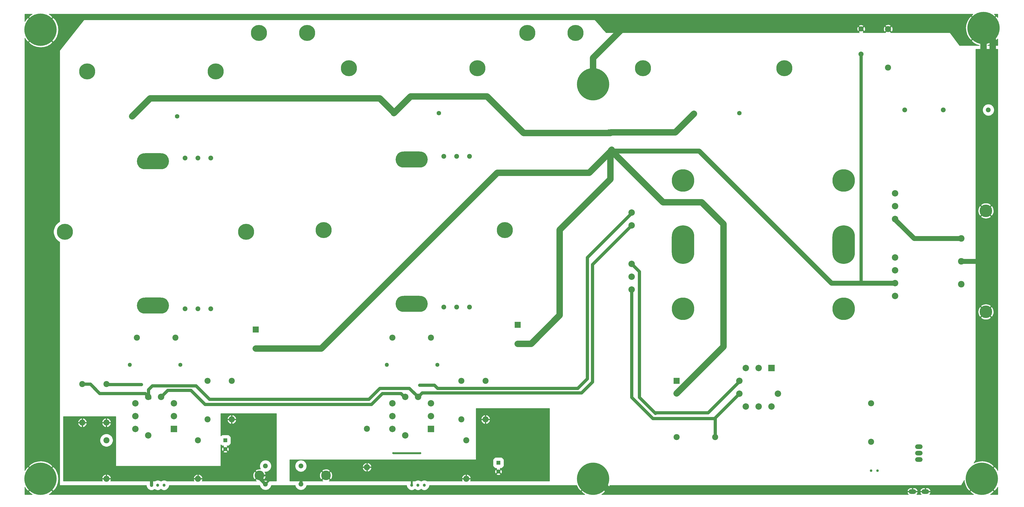
<source format=gbr>
%TF.GenerationSoftware,KiCad,Pcbnew,5.1.8-db9833491~88~ubuntu20.04.1*%
%TF.CreationDate,2021-01-02T13:56:59-05:00*%
%TF.ProjectId,amp,616d702e-6b69-4636-9164-5f7063625858,rev?*%
%TF.SameCoordinates,Original*%
%TF.FileFunction,Copper,L2,Bot*%
%TF.FilePolarity,Positive*%
%FSLAX46Y46*%
G04 Gerber Fmt 4.6, Leading zero omitted, Abs format (unit mm)*
G04 Created by KiCad (PCBNEW 5.1.8-db9833491~88~ubuntu20.04.1) date 2021-01-02 13:56:59*
%MOMM*%
%LPD*%
G01*
G04 APERTURE LIST*
%TA.AperFunction,ComponentPad*%
%ADD10C,1.905000*%
%TD*%
%TA.AperFunction,ComponentPad*%
%ADD11O,12.700000X6.350000*%
%TD*%
%TA.AperFunction,ComponentPad*%
%ADD12C,6.350000*%
%TD*%
%TA.AperFunction,ComponentPad*%
%ADD13O,3.000000X1.800000*%
%TD*%
%TA.AperFunction,ComponentPad*%
%ADD14C,5.000000*%
%TD*%
%TA.AperFunction,ComponentPad*%
%ADD15C,2.600000*%
%TD*%
%TA.AperFunction,ComponentPad*%
%ADD16O,8.890000X15.240000*%
%TD*%
%TA.AperFunction,ComponentPad*%
%ADD17C,2.540000*%
%TD*%
%TA.AperFunction,ComponentPad*%
%ADD18C,8.890000*%
%TD*%
%TA.AperFunction,ComponentPad*%
%ADD19C,1.778000*%
%TD*%
%TA.AperFunction,ComponentPad*%
%ADD20C,2.400000*%
%TD*%
%TA.AperFunction,ComponentPad*%
%ADD21R,2.400000X2.400000*%
%TD*%
%TA.AperFunction,ComponentPad*%
%ADD22C,12.800000*%
%TD*%
%TA.AperFunction,ComponentPad*%
%ADD23C,1.600000*%
%TD*%
%TA.AperFunction,ComponentPad*%
%ADD24R,1.600000X1.600000*%
%TD*%
%TA.AperFunction,ComponentPad*%
%ADD25R,2.540000X2.540000*%
%TD*%
%TA.AperFunction,ComponentPad*%
%ADD26C,3.810000*%
%TD*%
%TA.AperFunction,ComponentPad*%
%ADD27O,1.600000X1.600000*%
%TD*%
%TA.AperFunction,ComponentPad*%
%ADD28C,2.000000*%
%TD*%
%TA.AperFunction,ComponentPad*%
%ADD29C,1.016000*%
%TD*%
%TA.AperFunction,ComponentPad*%
%ADD30O,2.400000X2.400000*%
%TD*%
%TA.AperFunction,ComponentPad*%
%ADD31C,1.200000*%
%TD*%
%TA.AperFunction,ViaPad*%
%ADD32C,0.800000*%
%TD*%
%TA.AperFunction,Conductor*%
%ADD33C,0.762000*%
%TD*%
%TA.AperFunction,Conductor*%
%ADD34C,1.270000*%
%TD*%
%TA.AperFunction,Conductor*%
%ADD35C,2.540000*%
%TD*%
%TA.AperFunction,Conductor*%
%ADD36C,1.905000*%
%TD*%
%TA.AperFunction,Conductor*%
%ADD37C,0.254000*%
%TD*%
%TA.AperFunction,Conductor*%
%ADD38C,0.100000*%
%TD*%
G04 APERTURE END LIST*
D10*
%TO.P,T2,6*%
%TO.N,Net-(LS2-Pad2)*%
X194945000Y-85725000D03*
%TO.P,T2,5*%
%TO.N,Net-(T2-Pad5)*%
X200025000Y-85725000D03*
%TO.P,T2,4*%
%TO.N,Net-(LS2-Pad1)*%
X205105000Y-85725000D03*
%TO.P,T2,3*%
%TO.N,Net-(T2-Pad3)*%
X205105000Y-145415000D03*
%TO.P,T2,2*%
%TO.N,Net-(T2-Pad2)*%
X200025000Y-145415000D03*
%TO.P,T2,1*%
%TO.N,VBUS*%
X194945000Y-145415000D03*
D11*
%TO.P,T2,13*%
%TO.N,N/C*%
X182245000Y-86995000D03*
%TO.P,T2,12*%
X182245000Y-144145000D03*
D12*
%TO.P,T2,11*%
X147447000Y-114935000D03*
%TO.P,T2,10*%
X219075000Y-114935000D03*
%TD*%
D10*
%TO.P,T1,6*%
%TO.N,Net-(LS1-Pad2)*%
X92710000Y-86360000D03*
%TO.P,T1,5*%
%TO.N,Net-(T1-Pad5)*%
X97790000Y-86360000D03*
%TO.P,T1,4*%
%TO.N,Net-(LS1-Pad1)*%
X102870000Y-86360000D03*
%TO.P,T1,3*%
%TO.N,Net-(T1-Pad3)*%
X102870000Y-146050000D03*
%TO.P,T1,2*%
%TO.N,Net-(T1-Pad2)*%
X97790000Y-146050000D03*
%TO.P,T1,1*%
%TO.N,HT*%
X92710000Y-146050000D03*
D11*
%TO.P,T1,13*%
%TO.N,N/C*%
X80010000Y-87630000D03*
%TO.P,T1,12*%
X80010000Y-144780000D03*
D12*
%TO.P,T1,11*%
X45212000Y-115570000D03*
%TO.P,T1,10*%
X116840000Y-115570000D03*
%TD*%
D13*
%TO.P,SW1,5*%
%TO.N,Earth_Protective*%
X385318000Y-218440000D03*
%TO.P,SW1,4*%
X380238000Y-218440000D03*
%TO.P,SW1,3*%
%TO.N,N/C*%
X382778000Y-200660000D03*
%TO.P,SW1,2*%
%TO.N,LINE*%
X382778000Y-203200000D03*
%TO.P,SW1,1*%
%TO.N,Net-(F1-Pad1)*%
X382778000Y-205740000D03*
%TD*%
D14*
%TO.P,J1,5*%
%TO.N,Earth_Protective*%
X409242000Y-107254000D03*
%TO.P,J1,4*%
X409242000Y-147254000D03*
D15*
%TO.P,J1,3*%
%TO.N,NEUT*%
X399542000Y-118204000D03*
%TO.P,J1,2*%
%TO.N,Earth_Protective*%
X399542000Y-127254000D03*
%TO.P,J1,1*%
%TO.N,/L*%
X399542000Y-136304000D03*
%TD*%
D16*
%TO.P,T3,26*%
%TO.N,N/C*%
X353060000Y-120650000D03*
%TO.P,T3,25*%
X289560000Y-120650000D03*
D17*
%TO.P,T3,7*%
%TO.N,Net-(T3-Pad7)*%
X373380000Y-125730000D03*
%TO.P,T3,6*%
%TO.N,Net-(T3-Pad6)*%
X373380000Y-130810000D03*
%TO.P,T3,5*%
%TO.N,Earth*%
X373380000Y-135890000D03*
%TO.P,T3,4*%
%TO.N,Net-(T3-Pad4)*%
X373380000Y-140970000D03*
%TO.P,T3,3*%
%TO.N,LINE*%
X373380000Y-100330000D03*
%TO.P,T3,2*%
%TO.N,Net-(T3-Pad2)*%
X373380000Y-105410000D03*
%TO.P,T3,1*%
%TO.N,NEUT*%
X373380000Y-110490000D03*
%TO.P,T3,12*%
%TO.N,Net-(R12-Pad1)*%
X269240000Y-107950000D03*
%TO.P,T3,11*%
%TO.N,Net-(R13-Pad1)*%
X269240000Y-113030000D03*
%TO.P,T3,10*%
%TO.N,Net-(T3-Pad10)*%
X269240000Y-128270000D03*
%TO.P,T3,9*%
%TO.N,Net-(T3-Pad9)*%
X269240000Y-133350000D03*
%TO.P,T3,8*%
%TO.N,Net-(R14-Pad1)*%
X269240000Y-138430000D03*
D18*
%TO.P,T3,23*%
%TO.N,N/C*%
X353060000Y-95250000D03*
%TO.P,T3,22*%
X289560000Y-95250000D03*
%TO.P,T3,21*%
X353060000Y-146050000D03*
%TO.P,T3,20*%
X289560000Y-146050000D03*
%TD*%
D12*
%TO.P,LS2,2*%
%TO.N,Net-(LS2-Pad2)*%
X227965000Y-36830000D03*
%TO.P,LS2,1*%
%TO.N,Net-(LS2-Pad1)*%
X247015000Y-36830000D03*
%TD*%
D19*
%TO.P,L1,2*%
%TO.N,Net-(C6-Pad1)*%
X311785000Y-68580000D03*
%TO.P,L1,1*%
%TO.N,Net-(C7-Pad1)*%
X294005000Y-68580000D03*
D12*
%TO.P,L1,4*%
%TO.N,N/C*%
X329565000Y-50800000D03*
%TO.P,L1,3*%
X273685000Y-50800000D03*
%TD*%
D19*
%TO.P,L2,2*%
%TO.N,HT*%
X89535000Y-69850000D03*
%TO.P,L2,1*%
%TO.N,Net-(C7-Pad1)*%
X71755000Y-69850000D03*
D12*
%TO.P,L2,4*%
%TO.N,N/C*%
X104775000Y-52070000D03*
%TO.P,L2,3*%
X53975000Y-52070000D03*
%TD*%
D19*
%TO.P,L3,2*%
%TO.N,VBUS*%
X193040000Y-68580000D03*
%TO.P,L3,1*%
%TO.N,Net-(C7-Pad1)*%
X175260000Y-68580000D03*
D12*
%TO.P,L3,4*%
%TO.N,N/C*%
X208280000Y-50800000D03*
%TO.P,L3,3*%
X157480000Y-50800000D03*
%TD*%
D20*
%TO.P,C6,2*%
%TO.N,Earth*%
X287020000Y-179625000D03*
D21*
%TO.P,C6,1*%
%TO.N,Net-(C6-Pad1)*%
X287020000Y-174625000D03*
%TD*%
D22*
%TO.P,H6,1*%
%TO.N,Earth_Protective*%
X408305000Y-34925000D03*
%TD*%
%TO.P,H5,1*%
%TO.N,Earth_Protective*%
X407670000Y-213360000D03*
%TD*%
%TO.P,H4,1*%
%TO.N,Earth_Protective*%
X35560000Y-213360000D03*
%TD*%
%TO.P,H3,1*%
%TO.N,Earth_Protective*%
X254000000Y-57150000D03*
%TD*%
%TO.P,H2,1*%
%TO.N,Earth_Protective*%
X35560000Y-35560000D03*
%TD*%
%TO.P,H1,1*%
%TO.N,Earth_Protective*%
X254000000Y-213360000D03*
%TD*%
D23*
%TO.P,C4,2*%
%TO.N,Earth*%
X216535000Y-210510000D03*
D24*
%TO.P,C4,1*%
%TO.N,Net-(C4-Pad1)*%
X216535000Y-207010000D03*
%TD*%
D17*
%TO.P,U3,9*%
%TO.N,N/C*%
X327025000Y-179705000D03*
%TO.P,U3,8*%
X324485000Y-184785000D03*
%TO.P,U3,7*%
%TO.N,Net-(T3-Pad4)*%
X319405000Y-184785000D03*
%TO.P,U3,6*%
%TO.N,N/C*%
X314325000Y-184785000D03*
%TO.P,U3,5*%
%TO.N,Net-(R14-Pad1)*%
X311785000Y-179705000D03*
%TO.P,U3,4*%
%TO.N,Net-(T3-Pad10)*%
X311785000Y-174625000D03*
%TO.P,U3,3*%
%TO.N,Net-(C6-Pad1)*%
X314325000Y-169545000D03*
%TO.P,U3,2*%
%TO.N,N/C*%
X319405000Y-169545000D03*
D25*
%TO.P,U3,1*%
%TO.N,Net-(T3-Pad7)*%
X324485000Y-169545000D03*
%TD*%
D26*
%TO.P,J2,6*%
%TO.N,Earth*%
X148361400Y-212013800D03*
%TO.P,J2,5*%
X122047000Y-212013800D03*
D10*
%TO.P,J2,4*%
X138455400Y-215519000D03*
%TO.P,J2,3*%
%TO.N,Net-(J2-Pad3)*%
X138455400Y-208280000D03*
%TO.P,J2,2*%
%TO.N,Earth*%
X124460000Y-215519000D03*
%TO.P,J2,1*%
%TO.N,Net-(J2-Pad1)*%
X124460000Y-208280000D03*
%TD*%
D23*
%TO.P,C1,1*%
%TO.N,Net-(C1-Pad1)*%
X90805000Y-168275000D03*
D27*
%TO.P,C1,2*%
%TO.N,Net-(C1-Pad2)*%
X70805000Y-168275000D03*
%TD*%
D23*
%TO.P,C2,2*%
%TO.N,Earth*%
X108585000Y-201620000D03*
D24*
%TO.P,C2,1*%
%TO.N,Net-(C2-Pad1)*%
X108585000Y-198120000D03*
%TD*%
D27*
%TO.P,C3,2*%
%TO.N,Net-(C3-Pad2)*%
X172405000Y-168275000D03*
D23*
%TO.P,C3,1*%
%TO.N,Net-(C3-Pad1)*%
X192405000Y-168275000D03*
%TD*%
D28*
%TO.P,C5,1*%
%TO.N,Earth*%
X359918000Y-45212000D03*
%TO.P,C5,2*%
%TO.N,Earth_Protective*%
X359918000Y-35212000D03*
%TD*%
D21*
%TO.P,C7,1*%
%TO.N,Net-(C7-Pad1)*%
X260985000Y-76200000D03*
D20*
%TO.P,C7,2*%
%TO.N,Earth*%
X260985000Y-83700000D03*
%TD*%
%TO.P,C8,2*%
%TO.N,Earth*%
X120650000Y-161805000D03*
D21*
%TO.P,C8,1*%
%TO.N,HT*%
X120650000Y-154305000D03*
%TD*%
%TO.P,C9,1*%
%TO.N,VBUS*%
X224155000Y-152400000D03*
D20*
%TO.P,C9,2*%
%TO.N,Earth*%
X224155000Y-159900000D03*
%TD*%
D10*
%TO.P,F1,1*%
%TO.N,Net-(F1-Pad1)*%
X377190000Y-67310000D03*
%TO.P,F1,2*%
%TO.N,/L*%
X392430000Y-67310000D03*
%TO.P,F1,3*%
%TO.N,N/C*%
X410210000Y-67310000D03*
%TD*%
D12*
%TO.P,LS1,1*%
%TO.N,Net-(LS1-Pad1)*%
X140970000Y-36830000D03*
%TO.P,LS1,2*%
%TO.N,Net-(LS1-Pad2)*%
X121920000Y-36830000D03*
%TD*%
D29*
%TO.P,NE1,1*%
%TO.N,Net-(NE1-Pad1)*%
X363855000Y-210185000D03*
%TO.P,NE1,2*%
%TO.N,LINE*%
X366395000Y-210185000D03*
%TD*%
D20*
%TO.P,R1,1*%
%TO.N,Net-(R1-Pad1)*%
X61595000Y-198120000D03*
D30*
%TO.P,R1,2*%
%TO.N,Earth*%
X61595000Y-213360000D03*
%TD*%
%TO.P,R2,2*%
%TO.N,Net-(C1-Pad2)*%
X73660000Y-157480000D03*
D20*
%TO.P,R2,1*%
%TO.N,HT*%
X88900000Y-157480000D03*
%TD*%
%TO.P,R3,1*%
%TO.N,Net-(C1-Pad1)*%
X111125000Y-174625000D03*
D30*
%TO.P,R3,2*%
%TO.N,Earth*%
X111125000Y-189865000D03*
%TD*%
%TO.P,R4,2*%
%TO.N,Net-(C1-Pad1)*%
X101600000Y-174625000D03*
D20*
%TO.P,R4,1*%
%TO.N,Net-(R4-Pad1)*%
X101600000Y-189865000D03*
%TD*%
%TO.P,R5,1*%
%TO.N,Net-(C2-Pad1)*%
X97790000Y-198120000D03*
D30*
%TO.P,R5,2*%
%TO.N,Earth*%
X97790000Y-213360000D03*
%TD*%
%TO.P,R6,2*%
%TO.N,Earth*%
X164592000Y-208788000D03*
D20*
%TO.P,R6,1*%
%TO.N,Net-(R6-Pad1)*%
X164592000Y-193548000D03*
%TD*%
%TO.P,R7,1*%
%TO.N,VBUS*%
X189865000Y-157480000D03*
D30*
%TO.P,R7,2*%
%TO.N,Net-(C3-Pad2)*%
X174625000Y-157480000D03*
%TD*%
%TO.P,R8,2*%
%TO.N,Earth*%
X211455000Y-189865000D03*
D20*
%TO.P,R8,1*%
%TO.N,Net-(C3-Pad1)*%
X211455000Y-174625000D03*
%TD*%
%TO.P,R9,1*%
%TO.N,Net-(R9-Pad1)*%
X201930000Y-189865000D03*
D30*
%TO.P,R9,2*%
%TO.N,Net-(C3-Pad1)*%
X201930000Y-174625000D03*
%TD*%
%TO.P,R10,2*%
%TO.N,Earth*%
X203835000Y-213360000D03*
D20*
%TO.P,R10,1*%
%TO.N,Net-(C4-Pad1)*%
X203835000Y-198120000D03*
%TD*%
%TO.P,R11,1*%
%TO.N,Earth_Protective*%
X370586000Y-35306000D03*
D30*
%TO.P,R11,2*%
%TO.N,Earth*%
X370586000Y-50546000D03*
%TD*%
D20*
%TO.P,R12,1*%
%TO.N,Net-(R12-Pad1)*%
X61595000Y-175895000D03*
D30*
%TO.P,R12,2*%
%TO.N,Earth*%
X61595000Y-191135000D03*
%TD*%
%TO.P,R13,2*%
%TO.N,Earth*%
X52070000Y-191135000D03*
D20*
%TO.P,R13,1*%
%TO.N,Net-(R13-Pad1)*%
X52070000Y-175895000D03*
%TD*%
D30*
%TO.P,R14,2*%
%TO.N,Earth*%
X287020000Y-196850000D03*
D20*
%TO.P,R14,1*%
%TO.N,Net-(R14-Pad1)*%
X302260000Y-196850000D03*
%TD*%
%TO.P,R15,1*%
%TO.N,Net-(NE1-Pad1)*%
X363855000Y-198755000D03*
D30*
%TO.P,R15,2*%
%TO.N,NEUT*%
X363855000Y-183515000D03*
%TD*%
D31*
%TO.P,RV1,1*%
%TO.N,Earth*%
X79375000Y-215900000D03*
%TO.P,RV1,2*%
%TO.N,Net-(RV1-Pad2)*%
X81875000Y-215900000D03*
%TO.P,RV1,3*%
%TO.N,Net-(J2-Pad1)*%
X84375000Y-215900000D03*
%TD*%
%TO.P,RV2,3*%
%TO.N,Net-(J2-Pad3)*%
X187245000Y-215900000D03*
%TO.P,RV2,2*%
%TO.N,Net-(RV2-Pad2)*%
X184745000Y-215900000D03*
%TO.P,RV2,1*%
%TO.N,Earth*%
X182245000Y-215900000D03*
%TD*%
D25*
%TO.P,U1,1*%
%TO.N,Net-(T1-Pad2)*%
X88265000Y-193675000D03*
D17*
%TO.P,U1,2*%
%TO.N,N/C*%
X88265000Y-188595000D03*
%TO.P,U1,3*%
%TO.N,Net-(R4-Pad1)*%
X88265000Y-183515000D03*
%TO.P,U1,4*%
%TO.N,Net-(R12-Pad1)*%
X83185000Y-180975000D03*
%TO.P,U1,5*%
%TO.N,Net-(R13-Pad1)*%
X78105000Y-180975000D03*
%TO.P,U1,6*%
%TO.N,Net-(C1-Pad2)*%
X73025000Y-183515000D03*
%TO.P,U1,7*%
%TO.N,Net-(RV1-Pad2)*%
X73025000Y-188595000D03*
%TO.P,U1,8*%
%TO.N,Net-(R1-Pad1)*%
X73025000Y-193675000D03*
%TO.P,U1,9*%
%TO.N,Net-(C2-Pad1)*%
X78105000Y-196215000D03*
%TD*%
D25*
%TO.P,U2,1*%
%TO.N,Net-(T2-Pad2)*%
X189865000Y-193675000D03*
D17*
%TO.P,U2,2*%
%TO.N,N/C*%
X189865000Y-188595000D03*
%TO.P,U2,3*%
%TO.N,Net-(R9-Pad1)*%
X189865000Y-183515000D03*
%TO.P,U2,4*%
%TO.N,Net-(R13-Pad1)*%
X184785000Y-180975000D03*
%TO.P,U2,5*%
%TO.N,Net-(R12-Pad1)*%
X179705000Y-180975000D03*
%TO.P,U2,6*%
%TO.N,Net-(C3-Pad2)*%
X174625000Y-183515000D03*
%TO.P,U2,7*%
%TO.N,Net-(RV2-Pad2)*%
X174625000Y-188595000D03*
%TO.P,U2,8*%
%TO.N,Net-(R6-Pad1)*%
X174625000Y-193675000D03*
%TO.P,U2,9*%
%TO.N,Net-(C4-Pad1)*%
X179705000Y-196215000D03*
%TD*%
D32*
%TO.N,Net-(J2-Pad3)*%
X185674000Y-203200000D03*
X175006000Y-203200000D03*
%TO.N,Net-(R12-Pad1)*%
X75438000Y-176022000D03*
X185420000Y-176276000D03*
%TD*%
D33*
%TO.N,Earth*%
X182245000Y-215900000D02*
X182245000Y-213360000D01*
D34*
X79375000Y-215900000D02*
X79375000Y-212471000D01*
D35*
X120650000Y-161805000D02*
X146551000Y-161805000D01*
X146551000Y-161805000D02*
X216154000Y-92202000D01*
X216154000Y-92202000D02*
X252476000Y-92202000D01*
X252476000Y-92202000D02*
X261366000Y-83312000D01*
X261366000Y-83312000D02*
X261366000Y-83058000D01*
X224155000Y-159900000D02*
X229482000Y-159900000D01*
X229482000Y-159900000D02*
X240792000Y-148590000D01*
X240792000Y-148590000D02*
X240792000Y-114808000D01*
X240792000Y-114808000D02*
X260858000Y-94742000D01*
X260858000Y-94742000D02*
X260858000Y-84328000D01*
X287020000Y-179625000D02*
X305562000Y-161083000D01*
X305562000Y-161083000D02*
X305562000Y-112522000D01*
X305562000Y-112522000D02*
X296926000Y-103886000D01*
X296926000Y-103886000D02*
X281686000Y-103886000D01*
X281686000Y-103886000D02*
X261112000Y-83312000D01*
D36*
X348234000Y-135890000D02*
X295910000Y-83566000D01*
X295910000Y-83566000D02*
X261112000Y-83566000D01*
D33*
X122047000Y-212013800D02*
X125653800Y-212013800D01*
X125653800Y-212013800D02*
X126746000Y-213106000D01*
X126746000Y-213106000D02*
X124460000Y-215392000D01*
X124460000Y-215392000D02*
X124460000Y-215900000D01*
D34*
X359918000Y-135636000D02*
X360172000Y-135890000D01*
X359918000Y-45212000D02*
X359918000Y-135636000D01*
D36*
X360172000Y-135890000D02*
X348234000Y-135890000D01*
X373380000Y-135890000D02*
X360172000Y-135890000D01*
D34*
X138455400Y-215519000D02*
X138455400Y-212623400D01*
X124460000Y-215519000D02*
X121920000Y-212979000D01*
X121920000Y-212979000D02*
X121920000Y-212090000D01*
D35*
%TO.N,Net-(C7-Pad1)*%
X71755000Y-69850000D02*
X78867000Y-62738000D01*
X78867000Y-62738000D02*
X159766000Y-62738000D01*
X159766000Y-62738000D02*
X169672000Y-62738000D01*
X169672000Y-62738000D02*
X175260000Y-68326000D01*
X175260000Y-68580000D02*
X181864000Y-61976000D01*
X181864000Y-61976000D02*
X212090000Y-61976000D01*
X212090000Y-61976000D02*
X226314000Y-76200000D01*
X226314000Y-76200000D02*
X226568000Y-76454000D01*
X226568000Y-76454000D02*
X260858000Y-76454000D01*
X260985000Y-76200000D02*
X286512000Y-76200000D01*
X286512000Y-76200000D02*
X293878000Y-68834000D01*
D36*
%TO.N,NEUT*%
X399542000Y-118204000D02*
X380840000Y-118204000D01*
X380840000Y-118204000D02*
X373380000Y-110744000D01*
X373380000Y-110744000D02*
X373126000Y-110744000D01*
D33*
%TO.N,Net-(J2-Pad3)*%
X185674000Y-203200000D02*
X175006000Y-203200000D01*
D34*
%TO.N,Net-(R12-Pad1)*%
X83185000Y-180975000D02*
X85852000Y-178308000D01*
X85852000Y-178308000D02*
X94996000Y-178308000D01*
X94996000Y-178308000D02*
X100584000Y-183896000D01*
X100584000Y-183896000D02*
X121158000Y-183896000D01*
X121158000Y-183896000D02*
X166370000Y-183896000D01*
X166370000Y-183896000D02*
X170688000Y-179578000D01*
X170688000Y-179578000D02*
X178054000Y-179578000D01*
X178054000Y-179578000D02*
X179578000Y-181102000D01*
X75438000Y-176022000D02*
X61468000Y-176022000D01*
X185420000Y-176276000D02*
X191262000Y-176276000D01*
X191262000Y-176276000D02*
X192532000Y-177546000D01*
X192532000Y-177546000D02*
X209296000Y-177546000D01*
X209296000Y-177546000D02*
X247396000Y-177546000D01*
X247396000Y-177546000D02*
X247904000Y-177546000D01*
X247904000Y-177546000D02*
X251714000Y-173736000D01*
X251714000Y-173736000D02*
X251714000Y-153670000D01*
X251714000Y-153670000D02*
X251714000Y-125730000D01*
X251714000Y-125730000D02*
X269240000Y-108204000D01*
%TO.N,Net-(R13-Pad1)*%
X184785000Y-180975000D02*
X181356000Y-177546000D01*
X181356000Y-177546000D02*
X175514000Y-177546000D01*
X175514000Y-177546000D02*
X169672000Y-177546000D01*
X169672000Y-177546000D02*
X165354000Y-181864000D01*
X165354000Y-181864000D02*
X153670000Y-181864000D01*
X153670000Y-181864000D02*
X102362000Y-181864000D01*
X102362000Y-181864000D02*
X97028000Y-176530000D01*
X97028000Y-176530000D02*
X80518000Y-176530000D01*
X80518000Y-176530000D02*
X79756000Y-176530000D01*
X79756000Y-176530000D02*
X78232000Y-178054000D01*
X78232000Y-178054000D02*
X78232000Y-181102000D01*
X52070000Y-175895000D02*
X55245000Y-175895000D01*
X55245000Y-175895000D02*
X58928000Y-179578000D01*
X58928000Y-179578000D02*
X76962000Y-179578000D01*
X76962000Y-179578000D02*
X78232000Y-180848000D01*
X78232000Y-180848000D02*
X78740000Y-181356000D01*
X184785000Y-180975000D02*
X186436000Y-179324000D01*
X186436000Y-179324000D02*
X196088000Y-179324000D01*
X196088000Y-179324000D02*
X249428000Y-179324000D01*
X249428000Y-179324000D02*
X253746000Y-175006000D01*
X253746000Y-175006000D02*
X253746000Y-174049598D01*
X253746000Y-174049598D02*
X253746000Y-128524000D01*
X253746000Y-128524000D02*
X269240000Y-113030000D01*
%TO.N,Net-(R14-Pad1)*%
X311785000Y-179705000D02*
X302006000Y-189484000D01*
X302006000Y-189484000D02*
X277622000Y-189484000D01*
X277622000Y-189484000D02*
X269240000Y-181102000D01*
X269240000Y-181102000D02*
X269240000Y-138430000D01*
X302260000Y-189738000D02*
X302006000Y-189484000D01*
X302260000Y-196850000D02*
X302260000Y-189738000D01*
%TO.N,Net-(T3-Pad10)*%
X269240000Y-128270000D02*
X272288000Y-131318000D01*
X272288000Y-131318000D02*
X272288000Y-181102000D01*
X272288000Y-181102000D02*
X278638000Y-187452000D01*
X278638000Y-187452000D02*
X278892000Y-187198000D01*
X278892000Y-187198000D02*
X299466000Y-187198000D01*
X299466000Y-187198000D02*
X312166000Y-174498000D01*
D35*
%TO.N,Earth_Protective*%
X254000000Y-213360000D02*
X254000000Y-217678000D01*
X254000000Y-217678000D02*
X254254000Y-217932000D01*
X254000000Y-213360000D02*
X255524000Y-213360000D01*
X255524000Y-213360000D02*
X260350000Y-218186000D01*
X254000000Y-57150000D02*
X254000000Y-46736000D01*
X254000000Y-46736000D02*
X267462000Y-33274000D01*
X408305000Y-34925000D02*
X408305000Y-49403000D01*
X408305000Y-34925000D02*
X408813000Y-34925000D01*
X408813000Y-34925000D02*
X411988000Y-38100000D01*
X411988000Y-38100000D02*
X411988000Y-46228000D01*
D36*
X399542000Y-127254000D02*
X409448000Y-127254000D01*
%TD*%
D37*
%TO.N,Earth*%
X236728000Y-214249000D02*
X205430333Y-214249000D01*
X205508500Y-214112754D01*
X205623199Y-213771806D01*
X205506854Y-213487000D01*
X203962000Y-213487000D01*
X203962000Y-213507000D01*
X203708000Y-213507000D01*
X203708000Y-213487000D01*
X202163146Y-213487000D01*
X202046801Y-213771806D01*
X202161500Y-214112754D01*
X202239667Y-214249000D01*
X188368609Y-214249000D01*
X188190934Y-214130281D01*
X187827504Y-213979743D01*
X187441687Y-213903000D01*
X187048313Y-213903000D01*
X186662496Y-213979743D01*
X186299066Y-214130281D01*
X186121391Y-214249000D01*
X185868609Y-214249000D01*
X185690934Y-214130281D01*
X185327504Y-213979743D01*
X184941687Y-213903000D01*
X184548313Y-213903000D01*
X184162496Y-213979743D01*
X183799066Y-214130281D01*
X183621391Y-214249000D01*
X149573157Y-214249000D01*
X149756995Y-214150737D01*
X149961701Y-213793707D01*
X148361400Y-212193405D01*
X146761099Y-213793707D01*
X146965805Y-214150737D01*
X147154383Y-214249000D01*
X139318895Y-214249000D01*
X139287302Y-214157919D01*
X139005784Y-214021776D01*
X138703114Y-213943171D01*
X138390926Y-213925123D01*
X138081215Y-213968328D01*
X137785884Y-214071123D01*
X137623498Y-214157919D01*
X137591905Y-214249000D01*
X134112000Y-214249000D01*
X134112000Y-212040623D01*
X145809251Y-212040623D01*
X145863523Y-212538008D01*
X146013787Y-213015247D01*
X146224463Y-213409395D01*
X146581493Y-213614101D01*
X148181795Y-212013800D01*
X148541005Y-212013800D01*
X150141307Y-213614101D01*
X150498337Y-213409395D01*
X150729543Y-212965683D01*
X150734648Y-212948194D01*
X202046801Y-212948194D01*
X202163146Y-213233000D01*
X203708000Y-213233000D01*
X203708000Y-211688568D01*
X203962000Y-211688568D01*
X203962000Y-213233000D01*
X205506854Y-213233000D01*
X205623199Y-212948194D01*
X205508500Y-212607246D01*
X205329489Y-212295226D01*
X205093046Y-212024125D01*
X204808257Y-211804361D01*
X204486066Y-211644379D01*
X204246805Y-211571805D01*
X203962000Y-211688568D01*
X203708000Y-211688568D01*
X203423195Y-211571805D01*
X203183934Y-211644379D01*
X202861743Y-211804361D01*
X202576954Y-212024125D01*
X202340511Y-212295226D01*
X202161500Y-212607246D01*
X202046801Y-212948194D01*
X150734648Y-212948194D01*
X150869743Y-212485391D01*
X150913549Y-211986977D01*
X150860708Y-211502702D01*
X215721903Y-211502702D01*
X215793486Y-211746671D01*
X216048996Y-211867571D01*
X216323184Y-211936300D01*
X216605512Y-211950217D01*
X216885130Y-211908787D01*
X217151292Y-211813603D01*
X217276514Y-211746671D01*
X217348097Y-211502702D01*
X216535000Y-210689605D01*
X215721903Y-211502702D01*
X150860708Y-211502702D01*
X150859277Y-211489592D01*
X150709013Y-211012353D01*
X150498337Y-210618205D01*
X150432597Y-210580512D01*
X215094783Y-210580512D01*
X215136213Y-210860130D01*
X215231397Y-211126292D01*
X215298329Y-211251514D01*
X215542298Y-211323097D01*
X216355395Y-210510000D01*
X216714605Y-210510000D01*
X217527702Y-211323097D01*
X217771671Y-211251514D01*
X217892571Y-210996004D01*
X217961300Y-210721816D01*
X217975217Y-210439488D01*
X217933787Y-210159870D01*
X217838603Y-209893708D01*
X217771671Y-209768486D01*
X217527702Y-209696903D01*
X216714605Y-210510000D01*
X216355395Y-210510000D01*
X215542298Y-209696903D01*
X215298329Y-209768486D01*
X215177429Y-210023996D01*
X215108700Y-210298184D01*
X215094783Y-210580512D01*
X150432597Y-210580512D01*
X150141307Y-210413499D01*
X148541005Y-212013800D01*
X148181795Y-212013800D01*
X146581493Y-210413499D01*
X146224463Y-210618205D01*
X145993257Y-211061917D01*
X145853057Y-211542209D01*
X145809251Y-212040623D01*
X134112000Y-212040623D01*
X134112000Y-208048594D01*
X136105900Y-208048594D01*
X136105900Y-208511406D01*
X136196190Y-208965324D01*
X136373300Y-209392905D01*
X136630424Y-209777719D01*
X136957681Y-210104976D01*
X137342495Y-210362100D01*
X137770076Y-210539210D01*
X138223994Y-210629500D01*
X138686806Y-210629500D01*
X139140724Y-210539210D01*
X139568305Y-210362100D01*
X139760180Y-210233893D01*
X146761099Y-210233893D01*
X148361400Y-211834195D01*
X149961701Y-210233893D01*
X149756995Y-209876863D01*
X149313283Y-209645657D01*
X148832991Y-209505457D01*
X148334577Y-209461651D01*
X147837192Y-209515923D01*
X147359953Y-209666187D01*
X146965805Y-209876863D01*
X146761099Y-210233893D01*
X139760180Y-210233893D01*
X139953119Y-210104976D01*
X140280376Y-209777719D01*
X140537500Y-209392905D01*
X140617484Y-209199806D01*
X162803801Y-209199806D01*
X162918500Y-209540754D01*
X163097511Y-209852774D01*
X163333954Y-210123875D01*
X163618743Y-210343639D01*
X163940934Y-210503621D01*
X164180195Y-210576195D01*
X164465000Y-210459432D01*
X164465000Y-208915000D01*
X164719000Y-208915000D01*
X164719000Y-210459432D01*
X165003805Y-210576195D01*
X165243066Y-210503621D01*
X165565257Y-210343639D01*
X165850046Y-210123875D01*
X166086489Y-209852774D01*
X166265500Y-209540754D01*
X166380199Y-209199806D01*
X166263854Y-208915000D01*
X164719000Y-208915000D01*
X164465000Y-208915000D01*
X162920146Y-208915000D01*
X162803801Y-209199806D01*
X140617484Y-209199806D01*
X140714610Y-208965324D01*
X140804900Y-208511406D01*
X140804900Y-208376194D01*
X162803801Y-208376194D01*
X162920146Y-208661000D01*
X164465000Y-208661000D01*
X164465000Y-207116568D01*
X164719000Y-207116568D01*
X164719000Y-208661000D01*
X166263854Y-208661000D01*
X166380199Y-208376194D01*
X166265500Y-208035246D01*
X166086489Y-207723226D01*
X165850046Y-207452125D01*
X165565257Y-207232361D01*
X165243066Y-207072379D01*
X165003805Y-206999805D01*
X164719000Y-207116568D01*
X164465000Y-207116568D01*
X164180195Y-206999805D01*
X163940934Y-207072379D01*
X163618743Y-207232361D01*
X163333954Y-207452125D01*
X163097511Y-207723226D01*
X162918500Y-208035246D01*
X162803801Y-208376194D01*
X140804900Y-208376194D01*
X140804900Y-208048594D01*
X140714610Y-207594676D01*
X140537500Y-207167095D01*
X140280376Y-206782281D01*
X139953119Y-206455024D01*
X139586414Y-206210000D01*
X214331241Y-206210000D01*
X214331241Y-207810000D01*
X214358214Y-208083860D01*
X214438096Y-208347195D01*
X214567817Y-208589887D01*
X214742392Y-208802608D01*
X214955113Y-208977183D01*
X215197805Y-209106904D01*
X215461140Y-209186786D01*
X215735000Y-209213759D01*
X215904935Y-209213759D01*
X215793486Y-209273329D01*
X215721903Y-209517298D01*
X216535000Y-210330395D01*
X217348097Y-209517298D01*
X217276514Y-209273329D01*
X217150619Y-209213759D01*
X217335000Y-209213759D01*
X217608860Y-209186786D01*
X217872195Y-209106904D01*
X218114887Y-208977183D01*
X218327608Y-208802608D01*
X218502183Y-208589887D01*
X218631904Y-208347195D01*
X218711786Y-208083860D01*
X218738759Y-207810000D01*
X218738759Y-206210000D01*
X218711786Y-205936140D01*
X218631904Y-205672805D01*
X218502183Y-205430113D01*
X218327608Y-205217392D01*
X218114887Y-205042817D01*
X217872195Y-204913096D01*
X217608860Y-204833214D01*
X217335000Y-204806241D01*
X215735000Y-204806241D01*
X215461140Y-204833214D01*
X215197805Y-204913096D01*
X214955113Y-205042817D01*
X214742392Y-205217392D01*
X214567817Y-205430113D01*
X214438096Y-205672805D01*
X214358214Y-205936140D01*
X214331241Y-206210000D01*
X139586414Y-206210000D01*
X139568305Y-206197900D01*
X139140724Y-206020790D01*
X138686806Y-205930500D01*
X138223994Y-205930500D01*
X137770076Y-206020790D01*
X137342495Y-206197900D01*
X136957681Y-206455024D01*
X136630424Y-206782281D01*
X136373300Y-207167095D01*
X136196190Y-207594676D01*
X136105900Y-208048594D01*
X134112000Y-208048594D01*
X134112000Y-205867000D01*
X207645000Y-205867000D01*
X207669776Y-205864560D01*
X207693601Y-205857333D01*
X207715557Y-205845597D01*
X207734803Y-205829803D01*
X207750597Y-205810557D01*
X207762333Y-205788601D01*
X207769560Y-205764776D01*
X207772000Y-205740000D01*
X207772000Y-190276806D01*
X209666801Y-190276806D01*
X209781500Y-190617754D01*
X209960511Y-190929774D01*
X210196954Y-191200875D01*
X210481743Y-191420639D01*
X210803934Y-191580621D01*
X211043195Y-191653195D01*
X211328000Y-191536432D01*
X211328000Y-189992000D01*
X211582000Y-189992000D01*
X211582000Y-191536432D01*
X211866805Y-191653195D01*
X212106066Y-191580621D01*
X212428257Y-191420639D01*
X212713046Y-191200875D01*
X212949489Y-190929774D01*
X213128500Y-190617754D01*
X213243199Y-190276806D01*
X213126854Y-189992000D01*
X211582000Y-189992000D01*
X211328000Y-189992000D01*
X209783146Y-189992000D01*
X209666801Y-190276806D01*
X207772000Y-190276806D01*
X207772000Y-189453194D01*
X209666801Y-189453194D01*
X209783146Y-189738000D01*
X211328000Y-189738000D01*
X211328000Y-188193568D01*
X211582000Y-188193568D01*
X211582000Y-189738000D01*
X213126854Y-189738000D01*
X213243199Y-189453194D01*
X213128500Y-189112246D01*
X212949489Y-188800226D01*
X212713046Y-188529125D01*
X212428257Y-188309361D01*
X212106066Y-188149379D01*
X211866805Y-188076805D01*
X211582000Y-188193568D01*
X211328000Y-188193568D01*
X211043195Y-188076805D01*
X210803934Y-188149379D01*
X210481743Y-188309361D01*
X210196954Y-188529125D01*
X209960511Y-188800226D01*
X209781500Y-189112246D01*
X209666801Y-189453194D01*
X207772000Y-189453194D01*
X207772000Y-185547000D01*
X236728000Y-185547000D01*
X236728000Y-214249000D01*
%TA.AperFunction,Conductor*%
D38*
G36*
X236728000Y-214249000D02*
G01*
X205430333Y-214249000D01*
X205508500Y-214112754D01*
X205623199Y-213771806D01*
X205506854Y-213487000D01*
X203962000Y-213487000D01*
X203962000Y-213507000D01*
X203708000Y-213507000D01*
X203708000Y-213487000D01*
X202163146Y-213487000D01*
X202046801Y-213771806D01*
X202161500Y-214112754D01*
X202239667Y-214249000D01*
X188368609Y-214249000D01*
X188190934Y-214130281D01*
X187827504Y-213979743D01*
X187441687Y-213903000D01*
X187048313Y-213903000D01*
X186662496Y-213979743D01*
X186299066Y-214130281D01*
X186121391Y-214249000D01*
X185868609Y-214249000D01*
X185690934Y-214130281D01*
X185327504Y-213979743D01*
X184941687Y-213903000D01*
X184548313Y-213903000D01*
X184162496Y-213979743D01*
X183799066Y-214130281D01*
X183621391Y-214249000D01*
X149573157Y-214249000D01*
X149756995Y-214150737D01*
X149961701Y-213793707D01*
X148361400Y-212193405D01*
X146761099Y-213793707D01*
X146965805Y-214150737D01*
X147154383Y-214249000D01*
X139318895Y-214249000D01*
X139287302Y-214157919D01*
X139005784Y-214021776D01*
X138703114Y-213943171D01*
X138390926Y-213925123D01*
X138081215Y-213968328D01*
X137785884Y-214071123D01*
X137623498Y-214157919D01*
X137591905Y-214249000D01*
X134112000Y-214249000D01*
X134112000Y-212040623D01*
X145809251Y-212040623D01*
X145863523Y-212538008D01*
X146013787Y-213015247D01*
X146224463Y-213409395D01*
X146581493Y-213614101D01*
X148181795Y-212013800D01*
X148541005Y-212013800D01*
X150141307Y-213614101D01*
X150498337Y-213409395D01*
X150729543Y-212965683D01*
X150734648Y-212948194D01*
X202046801Y-212948194D01*
X202163146Y-213233000D01*
X203708000Y-213233000D01*
X203708000Y-211688568D01*
X203962000Y-211688568D01*
X203962000Y-213233000D01*
X205506854Y-213233000D01*
X205623199Y-212948194D01*
X205508500Y-212607246D01*
X205329489Y-212295226D01*
X205093046Y-212024125D01*
X204808257Y-211804361D01*
X204486066Y-211644379D01*
X204246805Y-211571805D01*
X203962000Y-211688568D01*
X203708000Y-211688568D01*
X203423195Y-211571805D01*
X203183934Y-211644379D01*
X202861743Y-211804361D01*
X202576954Y-212024125D01*
X202340511Y-212295226D01*
X202161500Y-212607246D01*
X202046801Y-212948194D01*
X150734648Y-212948194D01*
X150869743Y-212485391D01*
X150913549Y-211986977D01*
X150860708Y-211502702D01*
X215721903Y-211502702D01*
X215793486Y-211746671D01*
X216048996Y-211867571D01*
X216323184Y-211936300D01*
X216605512Y-211950217D01*
X216885130Y-211908787D01*
X217151292Y-211813603D01*
X217276514Y-211746671D01*
X217348097Y-211502702D01*
X216535000Y-210689605D01*
X215721903Y-211502702D01*
X150860708Y-211502702D01*
X150859277Y-211489592D01*
X150709013Y-211012353D01*
X150498337Y-210618205D01*
X150432597Y-210580512D01*
X215094783Y-210580512D01*
X215136213Y-210860130D01*
X215231397Y-211126292D01*
X215298329Y-211251514D01*
X215542298Y-211323097D01*
X216355395Y-210510000D01*
X216714605Y-210510000D01*
X217527702Y-211323097D01*
X217771671Y-211251514D01*
X217892571Y-210996004D01*
X217961300Y-210721816D01*
X217975217Y-210439488D01*
X217933787Y-210159870D01*
X217838603Y-209893708D01*
X217771671Y-209768486D01*
X217527702Y-209696903D01*
X216714605Y-210510000D01*
X216355395Y-210510000D01*
X215542298Y-209696903D01*
X215298329Y-209768486D01*
X215177429Y-210023996D01*
X215108700Y-210298184D01*
X215094783Y-210580512D01*
X150432597Y-210580512D01*
X150141307Y-210413499D01*
X148541005Y-212013800D01*
X148181795Y-212013800D01*
X146581493Y-210413499D01*
X146224463Y-210618205D01*
X145993257Y-211061917D01*
X145853057Y-211542209D01*
X145809251Y-212040623D01*
X134112000Y-212040623D01*
X134112000Y-208048594D01*
X136105900Y-208048594D01*
X136105900Y-208511406D01*
X136196190Y-208965324D01*
X136373300Y-209392905D01*
X136630424Y-209777719D01*
X136957681Y-210104976D01*
X137342495Y-210362100D01*
X137770076Y-210539210D01*
X138223994Y-210629500D01*
X138686806Y-210629500D01*
X139140724Y-210539210D01*
X139568305Y-210362100D01*
X139760180Y-210233893D01*
X146761099Y-210233893D01*
X148361400Y-211834195D01*
X149961701Y-210233893D01*
X149756995Y-209876863D01*
X149313283Y-209645657D01*
X148832991Y-209505457D01*
X148334577Y-209461651D01*
X147837192Y-209515923D01*
X147359953Y-209666187D01*
X146965805Y-209876863D01*
X146761099Y-210233893D01*
X139760180Y-210233893D01*
X139953119Y-210104976D01*
X140280376Y-209777719D01*
X140537500Y-209392905D01*
X140617484Y-209199806D01*
X162803801Y-209199806D01*
X162918500Y-209540754D01*
X163097511Y-209852774D01*
X163333954Y-210123875D01*
X163618743Y-210343639D01*
X163940934Y-210503621D01*
X164180195Y-210576195D01*
X164465000Y-210459432D01*
X164465000Y-208915000D01*
X164719000Y-208915000D01*
X164719000Y-210459432D01*
X165003805Y-210576195D01*
X165243066Y-210503621D01*
X165565257Y-210343639D01*
X165850046Y-210123875D01*
X166086489Y-209852774D01*
X166265500Y-209540754D01*
X166380199Y-209199806D01*
X166263854Y-208915000D01*
X164719000Y-208915000D01*
X164465000Y-208915000D01*
X162920146Y-208915000D01*
X162803801Y-209199806D01*
X140617484Y-209199806D01*
X140714610Y-208965324D01*
X140804900Y-208511406D01*
X140804900Y-208376194D01*
X162803801Y-208376194D01*
X162920146Y-208661000D01*
X164465000Y-208661000D01*
X164465000Y-207116568D01*
X164719000Y-207116568D01*
X164719000Y-208661000D01*
X166263854Y-208661000D01*
X166380199Y-208376194D01*
X166265500Y-208035246D01*
X166086489Y-207723226D01*
X165850046Y-207452125D01*
X165565257Y-207232361D01*
X165243066Y-207072379D01*
X165003805Y-206999805D01*
X164719000Y-207116568D01*
X164465000Y-207116568D01*
X164180195Y-206999805D01*
X163940934Y-207072379D01*
X163618743Y-207232361D01*
X163333954Y-207452125D01*
X163097511Y-207723226D01*
X162918500Y-208035246D01*
X162803801Y-208376194D01*
X140804900Y-208376194D01*
X140804900Y-208048594D01*
X140714610Y-207594676D01*
X140537500Y-207167095D01*
X140280376Y-206782281D01*
X139953119Y-206455024D01*
X139586414Y-206210000D01*
X214331241Y-206210000D01*
X214331241Y-207810000D01*
X214358214Y-208083860D01*
X214438096Y-208347195D01*
X214567817Y-208589887D01*
X214742392Y-208802608D01*
X214955113Y-208977183D01*
X215197805Y-209106904D01*
X215461140Y-209186786D01*
X215735000Y-209213759D01*
X215904935Y-209213759D01*
X215793486Y-209273329D01*
X215721903Y-209517298D01*
X216535000Y-210330395D01*
X217348097Y-209517298D01*
X217276514Y-209273329D01*
X217150619Y-209213759D01*
X217335000Y-209213759D01*
X217608860Y-209186786D01*
X217872195Y-209106904D01*
X218114887Y-208977183D01*
X218327608Y-208802608D01*
X218502183Y-208589887D01*
X218631904Y-208347195D01*
X218711786Y-208083860D01*
X218738759Y-207810000D01*
X218738759Y-206210000D01*
X218711786Y-205936140D01*
X218631904Y-205672805D01*
X218502183Y-205430113D01*
X218327608Y-205217392D01*
X218114887Y-205042817D01*
X217872195Y-204913096D01*
X217608860Y-204833214D01*
X217335000Y-204806241D01*
X215735000Y-204806241D01*
X215461140Y-204833214D01*
X215197805Y-204913096D01*
X214955113Y-205042817D01*
X214742392Y-205217392D01*
X214567817Y-205430113D01*
X214438096Y-205672805D01*
X214358214Y-205936140D01*
X214331241Y-206210000D01*
X139586414Y-206210000D01*
X139568305Y-206197900D01*
X139140724Y-206020790D01*
X138686806Y-205930500D01*
X138223994Y-205930500D01*
X137770076Y-206020790D01*
X137342495Y-206197900D01*
X136957681Y-206455024D01*
X136630424Y-206782281D01*
X136373300Y-207167095D01*
X136196190Y-207594676D01*
X136105900Y-208048594D01*
X134112000Y-208048594D01*
X134112000Y-205867000D01*
X207645000Y-205867000D01*
X207669776Y-205864560D01*
X207693601Y-205857333D01*
X207715557Y-205845597D01*
X207734803Y-205829803D01*
X207750597Y-205810557D01*
X207762333Y-205788601D01*
X207769560Y-205764776D01*
X207772000Y-205740000D01*
X207772000Y-190276806D01*
X209666801Y-190276806D01*
X209781500Y-190617754D01*
X209960511Y-190929774D01*
X210196954Y-191200875D01*
X210481743Y-191420639D01*
X210803934Y-191580621D01*
X211043195Y-191653195D01*
X211328000Y-191536432D01*
X211328000Y-189992000D01*
X211582000Y-189992000D01*
X211582000Y-191536432D01*
X211866805Y-191653195D01*
X212106066Y-191580621D01*
X212428257Y-191420639D01*
X212713046Y-191200875D01*
X212949489Y-190929774D01*
X213128500Y-190617754D01*
X213243199Y-190276806D01*
X213126854Y-189992000D01*
X211582000Y-189992000D01*
X211328000Y-189992000D01*
X209783146Y-189992000D01*
X209666801Y-190276806D01*
X207772000Y-190276806D01*
X207772000Y-189453194D01*
X209666801Y-189453194D01*
X209783146Y-189738000D01*
X211328000Y-189738000D01*
X211328000Y-188193568D01*
X211582000Y-188193568D01*
X211582000Y-189738000D01*
X213126854Y-189738000D01*
X213243199Y-189453194D01*
X213128500Y-189112246D01*
X212949489Y-188800226D01*
X212713046Y-188529125D01*
X212428257Y-188309361D01*
X212106066Y-188149379D01*
X211866805Y-188076805D01*
X211582000Y-188193568D01*
X211328000Y-188193568D01*
X211043195Y-188076805D01*
X210803934Y-188149379D01*
X210481743Y-188309361D01*
X210196954Y-188529125D01*
X209960511Y-188800226D01*
X209781500Y-189112246D01*
X209666801Y-189453194D01*
X207772000Y-189453194D01*
X207772000Y-185547000D01*
X236728000Y-185547000D01*
X236728000Y-214249000D01*
G37*
%TD.AperFunction*%
%TD*%
D37*
%TO.N,Earth*%
X128778000Y-214249000D02*
X125323495Y-214249000D01*
X125291902Y-214157919D01*
X125010384Y-214021776D01*
X124707714Y-213943171D01*
X124395526Y-213925123D01*
X124085815Y-213968328D01*
X123790484Y-214071123D01*
X123628098Y-214157919D01*
X123596505Y-214249000D01*
X123258757Y-214249000D01*
X123442595Y-214150737D01*
X123647301Y-213793707D01*
X122047000Y-212193405D01*
X120446699Y-213793707D01*
X120651405Y-214150737D01*
X120839983Y-214249000D01*
X99385333Y-214249000D01*
X99463500Y-214112754D01*
X99578199Y-213771806D01*
X99461854Y-213487000D01*
X97917000Y-213487000D01*
X97917000Y-213507000D01*
X97663000Y-213507000D01*
X97663000Y-213487000D01*
X96118146Y-213487000D01*
X96001801Y-213771806D01*
X96116500Y-214112754D01*
X96194667Y-214249000D01*
X85498609Y-214249000D01*
X85320934Y-214130281D01*
X84957504Y-213979743D01*
X84571687Y-213903000D01*
X84178313Y-213903000D01*
X83792496Y-213979743D01*
X83429066Y-214130281D01*
X83251391Y-214249000D01*
X82998609Y-214249000D01*
X82820934Y-214130281D01*
X82457504Y-213979743D01*
X82071687Y-213903000D01*
X81678313Y-213903000D01*
X81292496Y-213979743D01*
X80929066Y-214130281D01*
X80751391Y-214249000D01*
X63190333Y-214249000D01*
X63268500Y-214112754D01*
X63383199Y-213771806D01*
X63266854Y-213487000D01*
X61722000Y-213487000D01*
X61722000Y-213507000D01*
X61468000Y-213507000D01*
X61468000Y-213487000D01*
X59923146Y-213487000D01*
X59806801Y-213771806D01*
X59921500Y-214112754D01*
X59999667Y-214249000D01*
X44577000Y-214249000D01*
X44577000Y-212948194D01*
X59806801Y-212948194D01*
X59923146Y-213233000D01*
X61468000Y-213233000D01*
X61468000Y-211688568D01*
X61722000Y-211688568D01*
X61722000Y-213233000D01*
X63266854Y-213233000D01*
X63383199Y-212948194D01*
X96001801Y-212948194D01*
X96118146Y-213233000D01*
X97663000Y-213233000D01*
X97663000Y-211688568D01*
X97917000Y-211688568D01*
X97917000Y-213233000D01*
X99461854Y-213233000D01*
X99578199Y-212948194D01*
X99463500Y-212607246D01*
X99284489Y-212295226D01*
X99062435Y-212040623D01*
X119494851Y-212040623D01*
X119549123Y-212538008D01*
X119699387Y-213015247D01*
X119910063Y-213409395D01*
X120267093Y-213614101D01*
X121867395Y-212013800D01*
X120267093Y-210413499D01*
X119910063Y-210618205D01*
X119678857Y-211061917D01*
X119538657Y-211542209D01*
X119494851Y-212040623D01*
X99062435Y-212040623D01*
X99048046Y-212024125D01*
X98763257Y-211804361D01*
X98441066Y-211644379D01*
X98201805Y-211571805D01*
X97917000Y-211688568D01*
X97663000Y-211688568D01*
X97378195Y-211571805D01*
X97138934Y-211644379D01*
X96816743Y-211804361D01*
X96531954Y-212024125D01*
X96295511Y-212295226D01*
X96116500Y-212607246D01*
X96001801Y-212948194D01*
X63383199Y-212948194D01*
X63268500Y-212607246D01*
X63089489Y-212295226D01*
X62853046Y-212024125D01*
X62568257Y-211804361D01*
X62246066Y-211644379D01*
X62006805Y-211571805D01*
X61722000Y-211688568D01*
X61468000Y-211688568D01*
X61183195Y-211571805D01*
X60943934Y-211644379D01*
X60621743Y-211804361D01*
X60336954Y-212024125D01*
X60100511Y-212295226D01*
X59921500Y-212607246D01*
X59806801Y-212948194D01*
X44577000Y-212948194D01*
X44577000Y-210233893D01*
X120446699Y-210233893D01*
X122047000Y-211834195D01*
X122061142Y-211820052D01*
X122240748Y-211999658D01*
X122226605Y-212013800D01*
X123826907Y-213614101D01*
X124183937Y-213409395D01*
X124415143Y-212965683D01*
X124555343Y-212485391D01*
X124599149Y-211986977D01*
X124544877Y-211489592D01*
X124394613Y-211012353D01*
X124185380Y-210620904D01*
X124228594Y-210629500D01*
X124691406Y-210629500D01*
X125145324Y-210539210D01*
X125572905Y-210362100D01*
X125957719Y-210104976D01*
X126284976Y-209777719D01*
X126542100Y-209392905D01*
X126719210Y-208965324D01*
X126809500Y-208511406D01*
X126809500Y-208048594D01*
X126719210Y-207594676D01*
X126542100Y-207167095D01*
X126284976Y-206782281D01*
X125957719Y-206455024D01*
X125572905Y-206197900D01*
X125145324Y-206020790D01*
X124691406Y-205930500D01*
X124228594Y-205930500D01*
X123774676Y-206020790D01*
X123347095Y-206197900D01*
X122962281Y-206455024D01*
X122635024Y-206782281D01*
X122377900Y-207167095D01*
X122200790Y-207594676D01*
X122110500Y-208048594D01*
X122110500Y-208511406D01*
X122200790Y-208965324D01*
X122377900Y-209392905D01*
X122449019Y-209499342D01*
X122020177Y-209461651D01*
X121522792Y-209515923D01*
X121045553Y-209666187D01*
X120651405Y-209876863D01*
X120446699Y-210233893D01*
X44577000Y-210233893D01*
X44577000Y-197864218D01*
X58998000Y-197864218D01*
X58998000Y-198375782D01*
X59097801Y-198877517D01*
X59293568Y-199350141D01*
X59577778Y-199775491D01*
X59939509Y-200137222D01*
X60364859Y-200421432D01*
X60837483Y-200617199D01*
X61339218Y-200717000D01*
X61850782Y-200717000D01*
X62352517Y-200617199D01*
X62825141Y-200421432D01*
X63250491Y-200137222D01*
X63612222Y-199775491D01*
X63896432Y-199350141D01*
X64092199Y-198877517D01*
X64192000Y-198375782D01*
X64192000Y-197864218D01*
X64092199Y-197362483D01*
X63896432Y-196889859D01*
X63612222Y-196464509D01*
X63250491Y-196102778D01*
X62825141Y-195818568D01*
X62352517Y-195622801D01*
X61850782Y-195523000D01*
X61339218Y-195523000D01*
X60837483Y-195622801D01*
X60364859Y-195818568D01*
X59939509Y-196102778D01*
X59577778Y-196464509D01*
X59293568Y-196889859D01*
X59097801Y-197362483D01*
X58998000Y-197864218D01*
X44577000Y-197864218D01*
X44577000Y-191546806D01*
X50281801Y-191546806D01*
X50396500Y-191887754D01*
X50575511Y-192199774D01*
X50811954Y-192470875D01*
X51096743Y-192690639D01*
X51418934Y-192850621D01*
X51658195Y-192923195D01*
X51943000Y-192806432D01*
X51943000Y-191262000D01*
X52197000Y-191262000D01*
X52197000Y-192806432D01*
X52481805Y-192923195D01*
X52721066Y-192850621D01*
X53043257Y-192690639D01*
X53328046Y-192470875D01*
X53564489Y-192199774D01*
X53743500Y-191887754D01*
X53858199Y-191546806D01*
X59806801Y-191546806D01*
X59921500Y-191887754D01*
X60100511Y-192199774D01*
X60336954Y-192470875D01*
X60621743Y-192690639D01*
X60943934Y-192850621D01*
X61183195Y-192923195D01*
X61468000Y-192806432D01*
X61468000Y-191262000D01*
X61722000Y-191262000D01*
X61722000Y-192806432D01*
X62006805Y-192923195D01*
X62246066Y-192850621D01*
X62568257Y-192690639D01*
X62853046Y-192470875D01*
X63089489Y-192199774D01*
X63268500Y-191887754D01*
X63383199Y-191546806D01*
X63266854Y-191262000D01*
X61722000Y-191262000D01*
X61468000Y-191262000D01*
X59923146Y-191262000D01*
X59806801Y-191546806D01*
X53858199Y-191546806D01*
X53741854Y-191262000D01*
X52197000Y-191262000D01*
X51943000Y-191262000D01*
X50398146Y-191262000D01*
X50281801Y-191546806D01*
X44577000Y-191546806D01*
X44577000Y-190723194D01*
X50281801Y-190723194D01*
X50398146Y-191008000D01*
X51943000Y-191008000D01*
X51943000Y-189463568D01*
X52197000Y-189463568D01*
X52197000Y-191008000D01*
X53741854Y-191008000D01*
X53858199Y-190723194D01*
X59806801Y-190723194D01*
X59923146Y-191008000D01*
X61468000Y-191008000D01*
X61468000Y-189463568D01*
X61722000Y-189463568D01*
X61722000Y-191008000D01*
X63266854Y-191008000D01*
X63383199Y-190723194D01*
X63268500Y-190382246D01*
X63089489Y-190070226D01*
X62853046Y-189799125D01*
X62568257Y-189579361D01*
X62246066Y-189419379D01*
X62006805Y-189346805D01*
X61722000Y-189463568D01*
X61468000Y-189463568D01*
X61183195Y-189346805D01*
X60943934Y-189419379D01*
X60621743Y-189579361D01*
X60336954Y-189799125D01*
X60100511Y-190070226D01*
X59921500Y-190382246D01*
X59806801Y-190723194D01*
X53858199Y-190723194D01*
X53743500Y-190382246D01*
X53564489Y-190070226D01*
X53328046Y-189799125D01*
X53043257Y-189579361D01*
X52721066Y-189419379D01*
X52481805Y-189346805D01*
X52197000Y-189463568D01*
X51943000Y-189463568D01*
X51658195Y-189346805D01*
X51418934Y-189419379D01*
X51096743Y-189579361D01*
X50811954Y-189799125D01*
X50575511Y-190070226D01*
X50396500Y-190382246D01*
X50281801Y-190723194D01*
X44577000Y-190723194D01*
X44577000Y-188722000D01*
X65278000Y-188722000D01*
X65278000Y-208280000D01*
X65280440Y-208304776D01*
X65287667Y-208328601D01*
X65299403Y-208350557D01*
X65315197Y-208369803D01*
X65334443Y-208385597D01*
X65356399Y-208397333D01*
X65380224Y-208404560D01*
X65405000Y-208407000D01*
X106680000Y-208407000D01*
X106704776Y-208404560D01*
X106728601Y-208397333D01*
X106750557Y-208385597D01*
X106769803Y-208369803D01*
X106785597Y-208350557D01*
X106797333Y-208328601D01*
X106804560Y-208304776D01*
X106807000Y-208280000D01*
X106807000Y-202612702D01*
X107771903Y-202612702D01*
X107843486Y-202856671D01*
X108098996Y-202977571D01*
X108373184Y-203046300D01*
X108655512Y-203060217D01*
X108935130Y-203018787D01*
X109201292Y-202923603D01*
X109326514Y-202856671D01*
X109398097Y-202612702D01*
X108585000Y-201799605D01*
X107771903Y-202612702D01*
X106807000Y-202612702D01*
X106807000Y-201690512D01*
X107144783Y-201690512D01*
X107186213Y-201970130D01*
X107281397Y-202236292D01*
X107348329Y-202361514D01*
X107592298Y-202433097D01*
X108405395Y-201620000D01*
X108764605Y-201620000D01*
X109577702Y-202433097D01*
X109821671Y-202361514D01*
X109942571Y-202106004D01*
X110011300Y-201831816D01*
X110025217Y-201549488D01*
X109983787Y-201269870D01*
X109888603Y-201003708D01*
X109821671Y-200878486D01*
X109577702Y-200806903D01*
X108764605Y-201620000D01*
X108405395Y-201620000D01*
X107592298Y-200806903D01*
X107348329Y-200878486D01*
X107227429Y-201133996D01*
X107158700Y-201408184D01*
X107144783Y-201690512D01*
X106807000Y-201690512D01*
X106807000Y-199924596D01*
X107005113Y-200087183D01*
X107247805Y-200216904D01*
X107511140Y-200296786D01*
X107785000Y-200323759D01*
X107954935Y-200323759D01*
X107843486Y-200383329D01*
X107771903Y-200627298D01*
X108585000Y-201440395D01*
X109398097Y-200627298D01*
X109326514Y-200383329D01*
X109200619Y-200323759D01*
X109385000Y-200323759D01*
X109658860Y-200296786D01*
X109922195Y-200216904D01*
X110164887Y-200087183D01*
X110377608Y-199912608D01*
X110552183Y-199699887D01*
X110681904Y-199457195D01*
X110761786Y-199193860D01*
X110788759Y-198920000D01*
X110788759Y-197320000D01*
X110761786Y-197046140D01*
X110681904Y-196782805D01*
X110552183Y-196540113D01*
X110377608Y-196327392D01*
X110164887Y-196152817D01*
X109922195Y-196023096D01*
X109658860Y-195943214D01*
X109385000Y-195916241D01*
X107785000Y-195916241D01*
X107511140Y-195943214D01*
X107247805Y-196023096D01*
X107005113Y-196152817D01*
X106807000Y-196315404D01*
X106807000Y-190276806D01*
X109336801Y-190276806D01*
X109451500Y-190617754D01*
X109630511Y-190929774D01*
X109866954Y-191200875D01*
X110151743Y-191420639D01*
X110473934Y-191580621D01*
X110713195Y-191653195D01*
X110998000Y-191536432D01*
X110998000Y-189992000D01*
X111252000Y-189992000D01*
X111252000Y-191536432D01*
X111536805Y-191653195D01*
X111776066Y-191580621D01*
X112098257Y-191420639D01*
X112383046Y-191200875D01*
X112619489Y-190929774D01*
X112798500Y-190617754D01*
X112913199Y-190276806D01*
X112796854Y-189992000D01*
X111252000Y-189992000D01*
X110998000Y-189992000D01*
X109453146Y-189992000D01*
X109336801Y-190276806D01*
X106807000Y-190276806D01*
X106807000Y-189453194D01*
X109336801Y-189453194D01*
X109453146Y-189738000D01*
X110998000Y-189738000D01*
X110998000Y-188193568D01*
X111252000Y-188193568D01*
X111252000Y-189738000D01*
X112796854Y-189738000D01*
X112913199Y-189453194D01*
X112798500Y-189112246D01*
X112619489Y-188800226D01*
X112383046Y-188529125D01*
X112098257Y-188309361D01*
X111776066Y-188149379D01*
X111536805Y-188076805D01*
X111252000Y-188193568D01*
X110998000Y-188193568D01*
X110713195Y-188076805D01*
X110473934Y-188149379D01*
X110151743Y-188309361D01*
X109866954Y-188529125D01*
X109630511Y-188800226D01*
X109451500Y-189112246D01*
X109336801Y-189453194D01*
X106807000Y-189453194D01*
X106807000Y-187579000D01*
X128778000Y-187579000D01*
X128778000Y-214249000D01*
%TA.AperFunction,Conductor*%
D38*
G36*
X128778000Y-214249000D02*
G01*
X125323495Y-214249000D01*
X125291902Y-214157919D01*
X125010384Y-214021776D01*
X124707714Y-213943171D01*
X124395526Y-213925123D01*
X124085815Y-213968328D01*
X123790484Y-214071123D01*
X123628098Y-214157919D01*
X123596505Y-214249000D01*
X123258757Y-214249000D01*
X123442595Y-214150737D01*
X123647301Y-213793707D01*
X122047000Y-212193405D01*
X120446699Y-213793707D01*
X120651405Y-214150737D01*
X120839983Y-214249000D01*
X99385333Y-214249000D01*
X99463500Y-214112754D01*
X99578199Y-213771806D01*
X99461854Y-213487000D01*
X97917000Y-213487000D01*
X97917000Y-213507000D01*
X97663000Y-213507000D01*
X97663000Y-213487000D01*
X96118146Y-213487000D01*
X96001801Y-213771806D01*
X96116500Y-214112754D01*
X96194667Y-214249000D01*
X85498609Y-214249000D01*
X85320934Y-214130281D01*
X84957504Y-213979743D01*
X84571687Y-213903000D01*
X84178313Y-213903000D01*
X83792496Y-213979743D01*
X83429066Y-214130281D01*
X83251391Y-214249000D01*
X82998609Y-214249000D01*
X82820934Y-214130281D01*
X82457504Y-213979743D01*
X82071687Y-213903000D01*
X81678313Y-213903000D01*
X81292496Y-213979743D01*
X80929066Y-214130281D01*
X80751391Y-214249000D01*
X63190333Y-214249000D01*
X63268500Y-214112754D01*
X63383199Y-213771806D01*
X63266854Y-213487000D01*
X61722000Y-213487000D01*
X61722000Y-213507000D01*
X61468000Y-213507000D01*
X61468000Y-213487000D01*
X59923146Y-213487000D01*
X59806801Y-213771806D01*
X59921500Y-214112754D01*
X59999667Y-214249000D01*
X44577000Y-214249000D01*
X44577000Y-212948194D01*
X59806801Y-212948194D01*
X59923146Y-213233000D01*
X61468000Y-213233000D01*
X61468000Y-211688568D01*
X61722000Y-211688568D01*
X61722000Y-213233000D01*
X63266854Y-213233000D01*
X63383199Y-212948194D01*
X96001801Y-212948194D01*
X96118146Y-213233000D01*
X97663000Y-213233000D01*
X97663000Y-211688568D01*
X97917000Y-211688568D01*
X97917000Y-213233000D01*
X99461854Y-213233000D01*
X99578199Y-212948194D01*
X99463500Y-212607246D01*
X99284489Y-212295226D01*
X99062435Y-212040623D01*
X119494851Y-212040623D01*
X119549123Y-212538008D01*
X119699387Y-213015247D01*
X119910063Y-213409395D01*
X120267093Y-213614101D01*
X121867395Y-212013800D01*
X120267093Y-210413499D01*
X119910063Y-210618205D01*
X119678857Y-211061917D01*
X119538657Y-211542209D01*
X119494851Y-212040623D01*
X99062435Y-212040623D01*
X99048046Y-212024125D01*
X98763257Y-211804361D01*
X98441066Y-211644379D01*
X98201805Y-211571805D01*
X97917000Y-211688568D01*
X97663000Y-211688568D01*
X97378195Y-211571805D01*
X97138934Y-211644379D01*
X96816743Y-211804361D01*
X96531954Y-212024125D01*
X96295511Y-212295226D01*
X96116500Y-212607246D01*
X96001801Y-212948194D01*
X63383199Y-212948194D01*
X63268500Y-212607246D01*
X63089489Y-212295226D01*
X62853046Y-212024125D01*
X62568257Y-211804361D01*
X62246066Y-211644379D01*
X62006805Y-211571805D01*
X61722000Y-211688568D01*
X61468000Y-211688568D01*
X61183195Y-211571805D01*
X60943934Y-211644379D01*
X60621743Y-211804361D01*
X60336954Y-212024125D01*
X60100511Y-212295226D01*
X59921500Y-212607246D01*
X59806801Y-212948194D01*
X44577000Y-212948194D01*
X44577000Y-210233893D01*
X120446699Y-210233893D01*
X122047000Y-211834195D01*
X122061142Y-211820052D01*
X122240748Y-211999658D01*
X122226605Y-212013800D01*
X123826907Y-213614101D01*
X124183937Y-213409395D01*
X124415143Y-212965683D01*
X124555343Y-212485391D01*
X124599149Y-211986977D01*
X124544877Y-211489592D01*
X124394613Y-211012353D01*
X124185380Y-210620904D01*
X124228594Y-210629500D01*
X124691406Y-210629500D01*
X125145324Y-210539210D01*
X125572905Y-210362100D01*
X125957719Y-210104976D01*
X126284976Y-209777719D01*
X126542100Y-209392905D01*
X126719210Y-208965324D01*
X126809500Y-208511406D01*
X126809500Y-208048594D01*
X126719210Y-207594676D01*
X126542100Y-207167095D01*
X126284976Y-206782281D01*
X125957719Y-206455024D01*
X125572905Y-206197900D01*
X125145324Y-206020790D01*
X124691406Y-205930500D01*
X124228594Y-205930500D01*
X123774676Y-206020790D01*
X123347095Y-206197900D01*
X122962281Y-206455024D01*
X122635024Y-206782281D01*
X122377900Y-207167095D01*
X122200790Y-207594676D01*
X122110500Y-208048594D01*
X122110500Y-208511406D01*
X122200790Y-208965324D01*
X122377900Y-209392905D01*
X122449019Y-209499342D01*
X122020177Y-209461651D01*
X121522792Y-209515923D01*
X121045553Y-209666187D01*
X120651405Y-209876863D01*
X120446699Y-210233893D01*
X44577000Y-210233893D01*
X44577000Y-197864218D01*
X58998000Y-197864218D01*
X58998000Y-198375782D01*
X59097801Y-198877517D01*
X59293568Y-199350141D01*
X59577778Y-199775491D01*
X59939509Y-200137222D01*
X60364859Y-200421432D01*
X60837483Y-200617199D01*
X61339218Y-200717000D01*
X61850782Y-200717000D01*
X62352517Y-200617199D01*
X62825141Y-200421432D01*
X63250491Y-200137222D01*
X63612222Y-199775491D01*
X63896432Y-199350141D01*
X64092199Y-198877517D01*
X64192000Y-198375782D01*
X64192000Y-197864218D01*
X64092199Y-197362483D01*
X63896432Y-196889859D01*
X63612222Y-196464509D01*
X63250491Y-196102778D01*
X62825141Y-195818568D01*
X62352517Y-195622801D01*
X61850782Y-195523000D01*
X61339218Y-195523000D01*
X60837483Y-195622801D01*
X60364859Y-195818568D01*
X59939509Y-196102778D01*
X59577778Y-196464509D01*
X59293568Y-196889859D01*
X59097801Y-197362483D01*
X58998000Y-197864218D01*
X44577000Y-197864218D01*
X44577000Y-191546806D01*
X50281801Y-191546806D01*
X50396500Y-191887754D01*
X50575511Y-192199774D01*
X50811954Y-192470875D01*
X51096743Y-192690639D01*
X51418934Y-192850621D01*
X51658195Y-192923195D01*
X51943000Y-192806432D01*
X51943000Y-191262000D01*
X52197000Y-191262000D01*
X52197000Y-192806432D01*
X52481805Y-192923195D01*
X52721066Y-192850621D01*
X53043257Y-192690639D01*
X53328046Y-192470875D01*
X53564489Y-192199774D01*
X53743500Y-191887754D01*
X53858199Y-191546806D01*
X59806801Y-191546806D01*
X59921500Y-191887754D01*
X60100511Y-192199774D01*
X60336954Y-192470875D01*
X60621743Y-192690639D01*
X60943934Y-192850621D01*
X61183195Y-192923195D01*
X61468000Y-192806432D01*
X61468000Y-191262000D01*
X61722000Y-191262000D01*
X61722000Y-192806432D01*
X62006805Y-192923195D01*
X62246066Y-192850621D01*
X62568257Y-192690639D01*
X62853046Y-192470875D01*
X63089489Y-192199774D01*
X63268500Y-191887754D01*
X63383199Y-191546806D01*
X63266854Y-191262000D01*
X61722000Y-191262000D01*
X61468000Y-191262000D01*
X59923146Y-191262000D01*
X59806801Y-191546806D01*
X53858199Y-191546806D01*
X53741854Y-191262000D01*
X52197000Y-191262000D01*
X51943000Y-191262000D01*
X50398146Y-191262000D01*
X50281801Y-191546806D01*
X44577000Y-191546806D01*
X44577000Y-190723194D01*
X50281801Y-190723194D01*
X50398146Y-191008000D01*
X51943000Y-191008000D01*
X51943000Y-189463568D01*
X52197000Y-189463568D01*
X52197000Y-191008000D01*
X53741854Y-191008000D01*
X53858199Y-190723194D01*
X59806801Y-190723194D01*
X59923146Y-191008000D01*
X61468000Y-191008000D01*
X61468000Y-189463568D01*
X61722000Y-189463568D01*
X61722000Y-191008000D01*
X63266854Y-191008000D01*
X63383199Y-190723194D01*
X63268500Y-190382246D01*
X63089489Y-190070226D01*
X62853046Y-189799125D01*
X62568257Y-189579361D01*
X62246066Y-189419379D01*
X62006805Y-189346805D01*
X61722000Y-189463568D01*
X61468000Y-189463568D01*
X61183195Y-189346805D01*
X60943934Y-189419379D01*
X60621743Y-189579361D01*
X60336954Y-189799125D01*
X60100511Y-190070226D01*
X59921500Y-190382246D01*
X59806801Y-190723194D01*
X53858199Y-190723194D01*
X53743500Y-190382246D01*
X53564489Y-190070226D01*
X53328046Y-189799125D01*
X53043257Y-189579361D01*
X52721066Y-189419379D01*
X52481805Y-189346805D01*
X52197000Y-189463568D01*
X51943000Y-189463568D01*
X51658195Y-189346805D01*
X51418934Y-189419379D01*
X51096743Y-189579361D01*
X50811954Y-189799125D01*
X50575511Y-190070226D01*
X50396500Y-190382246D01*
X50281801Y-190723194D01*
X44577000Y-190723194D01*
X44577000Y-188722000D01*
X65278000Y-188722000D01*
X65278000Y-208280000D01*
X65280440Y-208304776D01*
X65287667Y-208328601D01*
X65299403Y-208350557D01*
X65315197Y-208369803D01*
X65334443Y-208385597D01*
X65356399Y-208397333D01*
X65380224Y-208404560D01*
X65405000Y-208407000D01*
X106680000Y-208407000D01*
X106704776Y-208404560D01*
X106728601Y-208397333D01*
X106750557Y-208385597D01*
X106769803Y-208369803D01*
X106785597Y-208350557D01*
X106797333Y-208328601D01*
X106804560Y-208304776D01*
X106807000Y-208280000D01*
X106807000Y-202612702D01*
X107771903Y-202612702D01*
X107843486Y-202856671D01*
X108098996Y-202977571D01*
X108373184Y-203046300D01*
X108655512Y-203060217D01*
X108935130Y-203018787D01*
X109201292Y-202923603D01*
X109326514Y-202856671D01*
X109398097Y-202612702D01*
X108585000Y-201799605D01*
X107771903Y-202612702D01*
X106807000Y-202612702D01*
X106807000Y-201690512D01*
X107144783Y-201690512D01*
X107186213Y-201970130D01*
X107281397Y-202236292D01*
X107348329Y-202361514D01*
X107592298Y-202433097D01*
X108405395Y-201620000D01*
X108764605Y-201620000D01*
X109577702Y-202433097D01*
X109821671Y-202361514D01*
X109942571Y-202106004D01*
X110011300Y-201831816D01*
X110025217Y-201549488D01*
X109983787Y-201269870D01*
X109888603Y-201003708D01*
X109821671Y-200878486D01*
X109577702Y-200806903D01*
X108764605Y-201620000D01*
X108405395Y-201620000D01*
X107592298Y-200806903D01*
X107348329Y-200878486D01*
X107227429Y-201133996D01*
X107158700Y-201408184D01*
X107144783Y-201690512D01*
X106807000Y-201690512D01*
X106807000Y-199924596D01*
X107005113Y-200087183D01*
X107247805Y-200216904D01*
X107511140Y-200296786D01*
X107785000Y-200323759D01*
X107954935Y-200323759D01*
X107843486Y-200383329D01*
X107771903Y-200627298D01*
X108585000Y-201440395D01*
X109398097Y-200627298D01*
X109326514Y-200383329D01*
X109200619Y-200323759D01*
X109385000Y-200323759D01*
X109658860Y-200296786D01*
X109922195Y-200216904D01*
X110164887Y-200087183D01*
X110377608Y-199912608D01*
X110552183Y-199699887D01*
X110681904Y-199457195D01*
X110761786Y-199193860D01*
X110788759Y-198920000D01*
X110788759Y-197320000D01*
X110761786Y-197046140D01*
X110681904Y-196782805D01*
X110552183Y-196540113D01*
X110377608Y-196327392D01*
X110164887Y-196152817D01*
X109922195Y-196023096D01*
X109658860Y-195943214D01*
X109385000Y-195916241D01*
X107785000Y-195916241D01*
X107511140Y-195943214D01*
X107247805Y-196023096D01*
X107005113Y-196152817D01*
X106807000Y-196315404D01*
X106807000Y-190276806D01*
X109336801Y-190276806D01*
X109451500Y-190617754D01*
X109630511Y-190929774D01*
X109866954Y-191200875D01*
X110151743Y-191420639D01*
X110473934Y-191580621D01*
X110713195Y-191653195D01*
X110998000Y-191536432D01*
X110998000Y-189992000D01*
X111252000Y-189992000D01*
X111252000Y-191536432D01*
X111536805Y-191653195D01*
X111776066Y-191580621D01*
X112098257Y-191420639D01*
X112383046Y-191200875D01*
X112619489Y-190929774D01*
X112798500Y-190617754D01*
X112913199Y-190276806D01*
X112796854Y-189992000D01*
X111252000Y-189992000D01*
X110998000Y-189992000D01*
X109453146Y-189992000D01*
X109336801Y-190276806D01*
X106807000Y-190276806D01*
X106807000Y-189453194D01*
X109336801Y-189453194D01*
X109453146Y-189738000D01*
X110998000Y-189738000D01*
X110998000Y-188193568D01*
X111252000Y-188193568D01*
X111252000Y-189738000D01*
X112796854Y-189738000D01*
X112913199Y-189453194D01*
X112798500Y-189112246D01*
X112619489Y-188800226D01*
X112383046Y-188529125D01*
X112098257Y-188309361D01*
X111776066Y-188149379D01*
X111536805Y-188076805D01*
X111252000Y-188193568D01*
X110998000Y-188193568D01*
X110713195Y-188076805D01*
X110473934Y-188149379D01*
X110151743Y-188309361D01*
X109866954Y-188529125D01*
X109630511Y-188800226D01*
X109451500Y-189112246D01*
X109336801Y-189453194D01*
X106807000Y-189453194D01*
X106807000Y-187579000D01*
X128778000Y-187579000D01*
X128778000Y-214249000D01*
G37*
%TD.AperFunction*%
%TD*%
D37*
%TO.N,Earth_Protective*%
X413868000Y-210027748D02*
X413630017Y-209558747D01*
X413462698Y-209308339D01*
X412645290Y-208564316D01*
X407849605Y-213360000D01*
X412645290Y-218155684D01*
X413462698Y-217411661D01*
X413868000Y-216690767D01*
X413868000Y-219558000D01*
X411002252Y-219558000D01*
X411471253Y-219320017D01*
X411721661Y-219152698D01*
X412465684Y-218335290D01*
X407670000Y-213539605D01*
X402874316Y-218335290D01*
X403618339Y-219152698D01*
X404339233Y-219558000D01*
X386966930Y-219558000D01*
X387093210Y-219435606D01*
X387264862Y-219187204D01*
X387384755Y-218910087D01*
X387409036Y-218804740D01*
X387288378Y-218567000D01*
X385445000Y-218567000D01*
X385445000Y-218587000D01*
X385191000Y-218587000D01*
X385191000Y-218567000D01*
X383347622Y-218567000D01*
X383226964Y-218804740D01*
X383251245Y-218910087D01*
X383371138Y-219187204D01*
X383542790Y-219435606D01*
X383669070Y-219558000D01*
X381886930Y-219558000D01*
X382013210Y-219435606D01*
X382184862Y-219187204D01*
X382304755Y-218910087D01*
X382329036Y-218804740D01*
X382208378Y-218567000D01*
X380365000Y-218567000D01*
X380365000Y-218587000D01*
X380111000Y-218587000D01*
X380111000Y-218567000D01*
X378267622Y-218567000D01*
X378146964Y-218804740D01*
X378171245Y-218910087D01*
X378291138Y-219187204D01*
X378462790Y-219435606D01*
X378589070Y-219558000D01*
X257332252Y-219558000D01*
X257801253Y-219320017D01*
X258051661Y-219152698D01*
X258795684Y-218335290D01*
X256487394Y-216027000D01*
X256846606Y-216027000D01*
X258975290Y-218155684D01*
X259063646Y-218075260D01*
X378146964Y-218075260D01*
X378267622Y-218313000D01*
X380111000Y-218313000D01*
X380111000Y-216905000D01*
X380365000Y-216905000D01*
X380365000Y-218313000D01*
X382208378Y-218313000D01*
X382329036Y-218075260D01*
X383226964Y-218075260D01*
X383347622Y-218313000D01*
X385191000Y-218313000D01*
X385191000Y-216905000D01*
X385445000Y-216905000D01*
X385445000Y-218313000D01*
X387288378Y-218313000D01*
X387409036Y-218075260D01*
X387384755Y-217969913D01*
X387264862Y-217692796D01*
X387093210Y-217444394D01*
X386876396Y-217234252D01*
X386622751Y-217070446D01*
X386342023Y-216959271D01*
X386045000Y-216905000D01*
X385445000Y-216905000D01*
X385191000Y-216905000D01*
X384591000Y-216905000D01*
X384293977Y-216959271D01*
X384013249Y-217070446D01*
X383759604Y-217234252D01*
X383542790Y-217444394D01*
X383371138Y-217692796D01*
X383251245Y-217969913D01*
X383226964Y-218075260D01*
X382329036Y-218075260D01*
X382304755Y-217969913D01*
X382184862Y-217692796D01*
X382013210Y-217444394D01*
X381796396Y-217234252D01*
X381542751Y-217070446D01*
X381262023Y-216959271D01*
X380965000Y-216905000D01*
X380365000Y-216905000D01*
X380111000Y-216905000D01*
X379511000Y-216905000D01*
X379213977Y-216959271D01*
X378933249Y-217070446D01*
X378679604Y-217234252D01*
X378462790Y-217444394D01*
X378291138Y-217692796D01*
X378171245Y-217969913D01*
X378146964Y-218075260D01*
X259063646Y-218075260D01*
X259792698Y-217411661D01*
X260471833Y-216203711D01*
X260529576Y-216027000D01*
X399415000Y-216027000D01*
X399439776Y-216024560D01*
X399463601Y-216017333D01*
X399485557Y-216005597D01*
X399504803Y-215989803D01*
X399525690Y-215962263D01*
X400659364Y-213946843D01*
X400708986Y-214591100D01*
X401082916Y-215925471D01*
X401709983Y-217161253D01*
X401877302Y-217411661D01*
X402694710Y-218155684D01*
X407490395Y-213360000D01*
X407476252Y-213345858D01*
X407655858Y-213166253D01*
X407670000Y-213180395D01*
X412465684Y-208384710D01*
X411721661Y-207567302D01*
X410513711Y-206888167D01*
X409196477Y-206457740D01*
X407820582Y-206292565D01*
X406438900Y-206398986D01*
X405104529Y-206772916D01*
X404530996Y-207063941D01*
X405240690Y-205802263D01*
X405250710Y-205779472D01*
X405256091Y-205755164D01*
X405257000Y-205740000D01*
X405257000Y-149457148D01*
X407218457Y-149457148D01*
X407494627Y-149875118D01*
X408039557Y-150165649D01*
X408630696Y-150344287D01*
X409245328Y-150404168D01*
X409859831Y-150342990D01*
X410450592Y-150163103D01*
X410989373Y-149875118D01*
X411265543Y-149457148D01*
X409242000Y-147433605D01*
X407218457Y-149457148D01*
X405257000Y-149457148D01*
X405257000Y-147257328D01*
X406091832Y-147257328D01*
X406153010Y-147871831D01*
X406332897Y-148462592D01*
X406620882Y-149001373D01*
X407038852Y-149277543D01*
X409062395Y-147254000D01*
X409421605Y-147254000D01*
X411445148Y-149277543D01*
X411863118Y-149001373D01*
X412153649Y-148456443D01*
X412332287Y-147865304D01*
X412392168Y-147250672D01*
X412330990Y-146636169D01*
X412151103Y-146045408D01*
X411863118Y-145506627D01*
X411445148Y-145230457D01*
X409421605Y-147254000D01*
X409062395Y-147254000D01*
X407038852Y-145230457D01*
X406620882Y-145506627D01*
X406330351Y-146051557D01*
X406151713Y-146642696D01*
X406091832Y-147257328D01*
X405257000Y-147257328D01*
X405257000Y-145050852D01*
X407218457Y-145050852D01*
X409242000Y-147074395D01*
X411265543Y-145050852D01*
X410989373Y-144632882D01*
X410444443Y-144342351D01*
X409853304Y-144163713D01*
X409238672Y-144103832D01*
X408624169Y-144165010D01*
X408033408Y-144344897D01*
X407494627Y-144632882D01*
X407218457Y-145050852D01*
X405257000Y-145050852D01*
X405257000Y-109457148D01*
X407218457Y-109457148D01*
X407494627Y-109875118D01*
X408039557Y-110165649D01*
X408630696Y-110344287D01*
X409245328Y-110404168D01*
X409859831Y-110342990D01*
X410450592Y-110163103D01*
X410989373Y-109875118D01*
X411265543Y-109457148D01*
X409242000Y-107433605D01*
X407218457Y-109457148D01*
X405257000Y-109457148D01*
X405257000Y-107257328D01*
X406091832Y-107257328D01*
X406153010Y-107871831D01*
X406332897Y-108462592D01*
X406620882Y-109001373D01*
X407038852Y-109277543D01*
X409062395Y-107254000D01*
X409421605Y-107254000D01*
X411445148Y-109277543D01*
X411863118Y-109001373D01*
X412153649Y-108456443D01*
X412332287Y-107865304D01*
X412392168Y-107250672D01*
X412330990Y-106636169D01*
X412151103Y-106045408D01*
X411863118Y-105506627D01*
X411445148Y-105230457D01*
X409421605Y-107254000D01*
X409062395Y-107254000D01*
X407038852Y-105230457D01*
X406620882Y-105506627D01*
X406330351Y-106051557D01*
X406151713Y-106642696D01*
X406091832Y-107257328D01*
X405257000Y-107257328D01*
X405257000Y-105050852D01*
X407218457Y-105050852D01*
X409242000Y-107074395D01*
X411265543Y-105050852D01*
X410989373Y-104632882D01*
X410444443Y-104342351D01*
X409853304Y-104163713D01*
X409238672Y-104103832D01*
X408624169Y-104165010D01*
X408033408Y-104344897D01*
X407494627Y-104632882D01*
X407218457Y-105050852D01*
X405257000Y-105050852D01*
X405257000Y-67078594D01*
X407860500Y-67078594D01*
X407860500Y-67541406D01*
X407950790Y-67995324D01*
X408127900Y-68422905D01*
X408385024Y-68807719D01*
X408712281Y-69134976D01*
X409097095Y-69392100D01*
X409524676Y-69569210D01*
X409978594Y-69659500D01*
X410441406Y-69659500D01*
X410895324Y-69569210D01*
X411322905Y-69392100D01*
X411707719Y-69134976D01*
X412034976Y-68807719D01*
X412292100Y-68422905D01*
X412469210Y-67995324D01*
X412559500Y-67541406D01*
X412559500Y-67078594D01*
X412469210Y-66624676D01*
X412292100Y-66197095D01*
X412034976Y-65812281D01*
X411707719Y-65485024D01*
X411322905Y-65227900D01*
X410895324Y-65050790D01*
X410441406Y-64960500D01*
X409978594Y-64960500D01*
X409524676Y-65050790D01*
X409097095Y-65227900D01*
X408712281Y-65485024D01*
X408385024Y-65812281D01*
X408127900Y-66197095D01*
X407950790Y-66624676D01*
X407860500Y-67078594D01*
X405257000Y-67078594D01*
X405257000Y-43307000D01*
X413868001Y-43307000D01*
X413868000Y-210027748D01*
%TA.AperFunction,Conductor*%
D38*
G36*
X413868000Y-210027748D02*
G01*
X413630017Y-209558747D01*
X413462698Y-209308339D01*
X412645290Y-208564316D01*
X407849605Y-213360000D01*
X412645290Y-218155684D01*
X413462698Y-217411661D01*
X413868000Y-216690767D01*
X413868000Y-219558000D01*
X411002252Y-219558000D01*
X411471253Y-219320017D01*
X411721661Y-219152698D01*
X412465684Y-218335290D01*
X407670000Y-213539605D01*
X402874316Y-218335290D01*
X403618339Y-219152698D01*
X404339233Y-219558000D01*
X386966930Y-219558000D01*
X387093210Y-219435606D01*
X387264862Y-219187204D01*
X387384755Y-218910087D01*
X387409036Y-218804740D01*
X387288378Y-218567000D01*
X385445000Y-218567000D01*
X385445000Y-218587000D01*
X385191000Y-218587000D01*
X385191000Y-218567000D01*
X383347622Y-218567000D01*
X383226964Y-218804740D01*
X383251245Y-218910087D01*
X383371138Y-219187204D01*
X383542790Y-219435606D01*
X383669070Y-219558000D01*
X381886930Y-219558000D01*
X382013210Y-219435606D01*
X382184862Y-219187204D01*
X382304755Y-218910087D01*
X382329036Y-218804740D01*
X382208378Y-218567000D01*
X380365000Y-218567000D01*
X380365000Y-218587000D01*
X380111000Y-218587000D01*
X380111000Y-218567000D01*
X378267622Y-218567000D01*
X378146964Y-218804740D01*
X378171245Y-218910087D01*
X378291138Y-219187204D01*
X378462790Y-219435606D01*
X378589070Y-219558000D01*
X257332252Y-219558000D01*
X257801253Y-219320017D01*
X258051661Y-219152698D01*
X258795684Y-218335290D01*
X256487394Y-216027000D01*
X256846606Y-216027000D01*
X258975290Y-218155684D01*
X259063646Y-218075260D01*
X378146964Y-218075260D01*
X378267622Y-218313000D01*
X380111000Y-218313000D01*
X380111000Y-216905000D01*
X380365000Y-216905000D01*
X380365000Y-218313000D01*
X382208378Y-218313000D01*
X382329036Y-218075260D01*
X383226964Y-218075260D01*
X383347622Y-218313000D01*
X385191000Y-218313000D01*
X385191000Y-216905000D01*
X385445000Y-216905000D01*
X385445000Y-218313000D01*
X387288378Y-218313000D01*
X387409036Y-218075260D01*
X387384755Y-217969913D01*
X387264862Y-217692796D01*
X387093210Y-217444394D01*
X386876396Y-217234252D01*
X386622751Y-217070446D01*
X386342023Y-216959271D01*
X386045000Y-216905000D01*
X385445000Y-216905000D01*
X385191000Y-216905000D01*
X384591000Y-216905000D01*
X384293977Y-216959271D01*
X384013249Y-217070446D01*
X383759604Y-217234252D01*
X383542790Y-217444394D01*
X383371138Y-217692796D01*
X383251245Y-217969913D01*
X383226964Y-218075260D01*
X382329036Y-218075260D01*
X382304755Y-217969913D01*
X382184862Y-217692796D01*
X382013210Y-217444394D01*
X381796396Y-217234252D01*
X381542751Y-217070446D01*
X381262023Y-216959271D01*
X380965000Y-216905000D01*
X380365000Y-216905000D01*
X380111000Y-216905000D01*
X379511000Y-216905000D01*
X379213977Y-216959271D01*
X378933249Y-217070446D01*
X378679604Y-217234252D01*
X378462790Y-217444394D01*
X378291138Y-217692796D01*
X378171245Y-217969913D01*
X378146964Y-218075260D01*
X259063646Y-218075260D01*
X259792698Y-217411661D01*
X260471833Y-216203711D01*
X260529576Y-216027000D01*
X399415000Y-216027000D01*
X399439776Y-216024560D01*
X399463601Y-216017333D01*
X399485557Y-216005597D01*
X399504803Y-215989803D01*
X399525690Y-215962263D01*
X400659364Y-213946843D01*
X400708986Y-214591100D01*
X401082916Y-215925471D01*
X401709983Y-217161253D01*
X401877302Y-217411661D01*
X402694710Y-218155684D01*
X407490395Y-213360000D01*
X407476252Y-213345858D01*
X407655858Y-213166253D01*
X407670000Y-213180395D01*
X412465684Y-208384710D01*
X411721661Y-207567302D01*
X410513711Y-206888167D01*
X409196477Y-206457740D01*
X407820582Y-206292565D01*
X406438900Y-206398986D01*
X405104529Y-206772916D01*
X404530996Y-207063941D01*
X405240690Y-205802263D01*
X405250710Y-205779472D01*
X405256091Y-205755164D01*
X405257000Y-205740000D01*
X405257000Y-149457148D01*
X407218457Y-149457148D01*
X407494627Y-149875118D01*
X408039557Y-150165649D01*
X408630696Y-150344287D01*
X409245328Y-150404168D01*
X409859831Y-150342990D01*
X410450592Y-150163103D01*
X410989373Y-149875118D01*
X411265543Y-149457148D01*
X409242000Y-147433605D01*
X407218457Y-149457148D01*
X405257000Y-149457148D01*
X405257000Y-147257328D01*
X406091832Y-147257328D01*
X406153010Y-147871831D01*
X406332897Y-148462592D01*
X406620882Y-149001373D01*
X407038852Y-149277543D01*
X409062395Y-147254000D01*
X409421605Y-147254000D01*
X411445148Y-149277543D01*
X411863118Y-149001373D01*
X412153649Y-148456443D01*
X412332287Y-147865304D01*
X412392168Y-147250672D01*
X412330990Y-146636169D01*
X412151103Y-146045408D01*
X411863118Y-145506627D01*
X411445148Y-145230457D01*
X409421605Y-147254000D01*
X409062395Y-147254000D01*
X407038852Y-145230457D01*
X406620882Y-145506627D01*
X406330351Y-146051557D01*
X406151713Y-146642696D01*
X406091832Y-147257328D01*
X405257000Y-147257328D01*
X405257000Y-145050852D01*
X407218457Y-145050852D01*
X409242000Y-147074395D01*
X411265543Y-145050852D01*
X410989373Y-144632882D01*
X410444443Y-144342351D01*
X409853304Y-144163713D01*
X409238672Y-144103832D01*
X408624169Y-144165010D01*
X408033408Y-144344897D01*
X407494627Y-144632882D01*
X407218457Y-145050852D01*
X405257000Y-145050852D01*
X405257000Y-109457148D01*
X407218457Y-109457148D01*
X407494627Y-109875118D01*
X408039557Y-110165649D01*
X408630696Y-110344287D01*
X409245328Y-110404168D01*
X409859831Y-110342990D01*
X410450592Y-110163103D01*
X410989373Y-109875118D01*
X411265543Y-109457148D01*
X409242000Y-107433605D01*
X407218457Y-109457148D01*
X405257000Y-109457148D01*
X405257000Y-107257328D01*
X406091832Y-107257328D01*
X406153010Y-107871831D01*
X406332897Y-108462592D01*
X406620882Y-109001373D01*
X407038852Y-109277543D01*
X409062395Y-107254000D01*
X409421605Y-107254000D01*
X411445148Y-109277543D01*
X411863118Y-109001373D01*
X412153649Y-108456443D01*
X412332287Y-107865304D01*
X412392168Y-107250672D01*
X412330990Y-106636169D01*
X412151103Y-106045408D01*
X411863118Y-105506627D01*
X411445148Y-105230457D01*
X409421605Y-107254000D01*
X409062395Y-107254000D01*
X407038852Y-105230457D01*
X406620882Y-105506627D01*
X406330351Y-106051557D01*
X406151713Y-106642696D01*
X406091832Y-107257328D01*
X405257000Y-107257328D01*
X405257000Y-105050852D01*
X407218457Y-105050852D01*
X409242000Y-107074395D01*
X411265543Y-105050852D01*
X410989373Y-104632882D01*
X410444443Y-104342351D01*
X409853304Y-104163713D01*
X409238672Y-104103832D01*
X408624169Y-104165010D01*
X408033408Y-104344897D01*
X407494627Y-104632882D01*
X407218457Y-105050852D01*
X405257000Y-105050852D01*
X405257000Y-67078594D01*
X407860500Y-67078594D01*
X407860500Y-67541406D01*
X407950790Y-67995324D01*
X408127900Y-68422905D01*
X408385024Y-68807719D01*
X408712281Y-69134976D01*
X409097095Y-69392100D01*
X409524676Y-69569210D01*
X409978594Y-69659500D01*
X410441406Y-69659500D01*
X410895324Y-69569210D01*
X411322905Y-69392100D01*
X411707719Y-69134976D01*
X412034976Y-68807719D01*
X412292100Y-68422905D01*
X412469210Y-67995324D01*
X412559500Y-67541406D01*
X412559500Y-67078594D01*
X412469210Y-66624676D01*
X412292100Y-66197095D01*
X412034976Y-65812281D01*
X411707719Y-65485024D01*
X411322905Y-65227900D01*
X410895324Y-65050790D01*
X410441406Y-64960500D01*
X409978594Y-64960500D01*
X409524676Y-65050790D01*
X409097095Y-65227900D01*
X408712281Y-65485024D01*
X408385024Y-65812281D01*
X408127900Y-66197095D01*
X407950790Y-66624676D01*
X407860500Y-67078594D01*
X405257000Y-67078594D01*
X405257000Y-43307000D01*
X413868001Y-43307000D01*
X413868000Y-210027748D01*
G37*
%TD.AperFunction*%
D37*
X31758747Y-29599983D02*
X31508339Y-29767302D01*
X30764316Y-30584710D01*
X35560000Y-35380395D01*
X40355684Y-30584710D01*
X39611661Y-29767302D01*
X38890767Y-29362000D01*
X404044263Y-29362000D01*
X403509316Y-29949710D01*
X408305000Y-34745395D01*
X413100684Y-29949710D01*
X412565737Y-29362000D01*
X413868001Y-29362000D01*
X413868001Y-30664264D01*
X413280290Y-30129316D01*
X408484605Y-34925000D01*
X413280290Y-39720684D01*
X413868001Y-39185736D01*
X413868001Y-41783000D01*
X409903706Y-41783000D01*
X410870471Y-41512084D01*
X412106253Y-40885017D01*
X412356661Y-40717698D01*
X413100684Y-39900290D01*
X408305000Y-35104605D01*
X403509316Y-39900290D01*
X404253339Y-40717698D01*
X405461289Y-41396833D01*
X406643074Y-41783000D01*
X398843500Y-41783000D01*
X395071600Y-36753800D01*
X395054782Y-36735443D01*
X395034706Y-36720720D01*
X395012143Y-36710196D01*
X394987961Y-36704276D01*
X394970000Y-36703000D01*
X371634282Y-36703000D01*
X371684374Y-36583980D01*
X370586000Y-35485605D01*
X369487626Y-36583980D01*
X369537718Y-36703000D01*
X360607446Y-36703000D01*
X360778044Y-36611814D01*
X360873808Y-36347413D01*
X359918000Y-35391605D01*
X358962192Y-36347413D01*
X359057956Y-36611814D01*
X359245399Y-36703000D01*
X259137628Y-36703000D01*
X257887774Y-35274595D01*
X358276282Y-35274595D01*
X358320039Y-35593675D01*
X358425205Y-35898088D01*
X358518186Y-36072044D01*
X358782587Y-36167808D01*
X359738395Y-35212000D01*
X360097605Y-35212000D01*
X361053413Y-36167808D01*
X361317814Y-36072044D01*
X361458704Y-35782429D01*
X361540384Y-35470892D01*
X361547011Y-35360684D01*
X368742933Y-35360684D01*
X368789015Y-35719198D01*
X368904154Y-36061833D01*
X369023164Y-36284486D01*
X369308020Y-36404374D01*
X370406395Y-35306000D01*
X370765605Y-35306000D01*
X371863980Y-36404374D01*
X372148836Y-36284486D01*
X372309699Y-35960790D01*
X372404322Y-35611931D01*
X372429067Y-35251316D01*
X372382985Y-34892802D01*
X372343204Y-34774418D01*
X401237565Y-34774418D01*
X401343986Y-36156100D01*
X401717916Y-37490471D01*
X402344983Y-38726253D01*
X402512302Y-38976661D01*
X403329710Y-39720684D01*
X408125395Y-34925000D01*
X403329710Y-30129316D01*
X402512302Y-30873339D01*
X401833167Y-32081289D01*
X401402740Y-33398523D01*
X401237565Y-34774418D01*
X372343204Y-34774418D01*
X372267846Y-34550167D01*
X372148836Y-34327514D01*
X371863980Y-34207626D01*
X370765605Y-35306000D01*
X370406395Y-35306000D01*
X369308020Y-34207626D01*
X369023164Y-34327514D01*
X368862301Y-34651210D01*
X368767678Y-35000069D01*
X368742933Y-35360684D01*
X361547011Y-35360684D01*
X361559718Y-35149405D01*
X361515961Y-34830325D01*
X361410795Y-34525912D01*
X361317814Y-34351956D01*
X361053413Y-34256192D01*
X360097605Y-35212000D01*
X359738395Y-35212000D01*
X358782587Y-34256192D01*
X358518186Y-34351956D01*
X358377296Y-34641571D01*
X358295616Y-34953108D01*
X358276282Y-35274595D01*
X257887774Y-35274595D01*
X256839517Y-34076587D01*
X358962192Y-34076587D01*
X359918000Y-35032395D01*
X360873808Y-34076587D01*
X360856218Y-34028020D01*
X369487626Y-34028020D01*
X370586000Y-35126395D01*
X371684374Y-34028020D01*
X371564486Y-33743164D01*
X371240790Y-33582301D01*
X370891931Y-33487678D01*
X370531316Y-33462933D01*
X370172802Y-33509015D01*
X369830167Y-33624154D01*
X369607514Y-33743164D01*
X369487626Y-34028020D01*
X360856218Y-34028020D01*
X360778044Y-33812186D01*
X360488429Y-33671296D01*
X360176892Y-33589616D01*
X359855405Y-33570282D01*
X359536325Y-33614039D01*
X359231912Y-33719205D01*
X359057956Y-33812186D01*
X358962192Y-34076587D01*
X256839517Y-34076587D01*
X254730577Y-31666370D01*
X254712425Y-31649331D01*
X254691298Y-31636160D01*
X254668007Y-31627364D01*
X254635000Y-31623000D01*
X52705000Y-31623000D01*
X52680224Y-31625440D01*
X52656399Y-31632667D01*
X52634443Y-31644403D01*
X52615197Y-31660197D01*
X52605320Y-31671305D01*
X43080320Y-43736305D01*
X43066883Y-43757264D01*
X43057792Y-43780441D01*
X43053000Y-43815000D01*
X43053000Y-111515590D01*
X43046346Y-111518346D01*
X42297520Y-112018696D01*
X41660696Y-112655520D01*
X41160346Y-113404346D01*
X40815699Y-114236397D01*
X40640000Y-115119697D01*
X40640000Y-116020303D01*
X40815699Y-116903603D01*
X41160346Y-117735654D01*
X41660696Y-118484480D01*
X42297520Y-119121304D01*
X43046346Y-119621654D01*
X43053000Y-119624410D01*
X43053000Y-215900000D01*
X43055440Y-215924776D01*
X43062667Y-215948601D01*
X43074403Y-215970557D01*
X43090197Y-215989803D01*
X43109443Y-216005597D01*
X43131399Y-216017333D01*
X43155224Y-216024560D01*
X43180000Y-216027000D01*
X77345677Y-216027000D01*
X77372402Y-216298340D01*
X77488594Y-216681374D01*
X77677280Y-217034381D01*
X77931207Y-217343793D01*
X78240619Y-217597720D01*
X78593625Y-217786406D01*
X78976659Y-217902598D01*
X79375000Y-217941831D01*
X79773340Y-217902598D01*
X80156374Y-217786406D01*
X80509381Y-217597720D01*
X80649372Y-217482833D01*
X80929066Y-217669719D01*
X81292496Y-217820257D01*
X81678313Y-217897000D01*
X82071687Y-217897000D01*
X82457504Y-217820257D01*
X82820934Y-217669719D01*
X83125000Y-217466548D01*
X83429066Y-217669719D01*
X83792496Y-217820257D01*
X84178313Y-217897000D01*
X84571687Y-217897000D01*
X84957504Y-217820257D01*
X85320934Y-217669719D01*
X85648014Y-217451171D01*
X85926171Y-217173014D01*
X86144719Y-216845934D01*
X86295257Y-216482504D01*
X86372000Y-216096687D01*
X86372000Y-216027000D01*
X122094318Y-216027000D01*
X122183197Y-216115879D01*
X122200790Y-216204324D01*
X122377900Y-216631905D01*
X122635024Y-217016719D01*
X122962281Y-217343976D01*
X123347095Y-217601100D01*
X123774676Y-217778210D01*
X124228594Y-217868500D01*
X124691406Y-217868500D01*
X125145324Y-217778210D01*
X125572905Y-217601100D01*
X125957719Y-217343976D01*
X126284976Y-217016719D01*
X126542100Y-216631905D01*
X126719210Y-216204324D01*
X126754482Y-216027000D01*
X136160918Y-216027000D01*
X136196190Y-216204324D01*
X136373300Y-216631905D01*
X136630424Y-217016719D01*
X136957681Y-217343976D01*
X137342495Y-217601100D01*
X137770076Y-217778210D01*
X138223994Y-217868500D01*
X138686806Y-217868500D01*
X139140724Y-217778210D01*
X139568305Y-217601100D01*
X139953119Y-217343976D01*
X140280376Y-217016719D01*
X140537500Y-216631905D01*
X140714610Y-216204324D01*
X140749882Y-216027000D01*
X180248000Y-216027000D01*
X180248000Y-216096687D01*
X180324743Y-216482504D01*
X180475281Y-216845934D01*
X180693829Y-217173014D01*
X180971986Y-217451171D01*
X181299066Y-217669719D01*
X181662496Y-217820257D01*
X182048313Y-217897000D01*
X182441687Y-217897000D01*
X182827504Y-217820257D01*
X183190934Y-217669719D01*
X183495000Y-217466548D01*
X183799066Y-217669719D01*
X184162496Y-217820257D01*
X184548313Y-217897000D01*
X184941687Y-217897000D01*
X185327504Y-217820257D01*
X185690934Y-217669719D01*
X185995000Y-217466548D01*
X186299066Y-217669719D01*
X186662496Y-217820257D01*
X187048313Y-217897000D01*
X187441687Y-217897000D01*
X187827504Y-217820257D01*
X188190934Y-217669719D01*
X188518014Y-217451171D01*
X188796171Y-217173014D01*
X189014719Y-216845934D01*
X189165257Y-216482504D01*
X189242000Y-216096687D01*
X189242000Y-216027000D01*
X247464434Y-216027000D01*
X248039983Y-217161253D01*
X248207302Y-217411661D01*
X249024710Y-218155684D01*
X251153394Y-216027000D01*
X251512606Y-216027000D01*
X249204316Y-218335290D01*
X249948339Y-219152698D01*
X250669233Y-219558000D01*
X38892252Y-219558000D01*
X39361253Y-219320017D01*
X39611661Y-219152698D01*
X40355684Y-218335290D01*
X35560000Y-213539605D01*
X30764316Y-218335290D01*
X31508339Y-219152698D01*
X32229233Y-219558000D01*
X29362000Y-219558000D01*
X29362000Y-216692252D01*
X29599983Y-217161253D01*
X29767302Y-217411661D01*
X30584710Y-218155684D01*
X35380395Y-213360000D01*
X35739605Y-213360000D01*
X40535290Y-218155684D01*
X41352698Y-217411661D01*
X42031833Y-216203711D01*
X42462260Y-214886477D01*
X42627435Y-213510582D01*
X42521014Y-212128900D01*
X42147084Y-210794529D01*
X41520017Y-209558747D01*
X41352698Y-209308339D01*
X40535290Y-208564316D01*
X35739605Y-213360000D01*
X35380395Y-213360000D01*
X30584710Y-208564316D01*
X29767302Y-209308339D01*
X29362000Y-210029233D01*
X29362000Y-208384710D01*
X30764316Y-208384710D01*
X35560000Y-213180395D01*
X40355684Y-208384710D01*
X39611661Y-207567302D01*
X38403711Y-206888167D01*
X37086477Y-206457740D01*
X35710582Y-206292565D01*
X34328900Y-206398986D01*
X32994529Y-206772916D01*
X31758747Y-207399983D01*
X31508339Y-207567302D01*
X30764316Y-208384710D01*
X29362000Y-208384710D01*
X29362000Y-40535290D01*
X30764316Y-40535290D01*
X31508339Y-41352698D01*
X32716289Y-42031833D01*
X34033523Y-42462260D01*
X35409418Y-42627435D01*
X36791100Y-42521014D01*
X38125471Y-42147084D01*
X39361253Y-41520017D01*
X39611661Y-41352698D01*
X40355684Y-40535290D01*
X35560000Y-35739605D01*
X30764316Y-40535290D01*
X29362000Y-40535290D01*
X29362000Y-38892252D01*
X29599983Y-39361253D01*
X29767302Y-39611661D01*
X30584710Y-40355684D01*
X35380395Y-35560000D01*
X35739605Y-35560000D01*
X40535290Y-40355684D01*
X41352698Y-39611661D01*
X42031833Y-38403711D01*
X42462260Y-37086477D01*
X42627435Y-35710582D01*
X42521014Y-34328900D01*
X42147084Y-32994529D01*
X41520017Y-31758747D01*
X41352698Y-31508339D01*
X40535290Y-30764316D01*
X35739605Y-35560000D01*
X35380395Y-35560000D01*
X30584710Y-30764316D01*
X29767302Y-31508339D01*
X29362000Y-32229233D01*
X29362000Y-29362000D01*
X32227748Y-29362000D01*
X31758747Y-29599983D01*
%TA.AperFunction,Conductor*%
D38*
G36*
X31758747Y-29599983D02*
G01*
X31508339Y-29767302D01*
X30764316Y-30584710D01*
X35560000Y-35380395D01*
X40355684Y-30584710D01*
X39611661Y-29767302D01*
X38890767Y-29362000D01*
X404044263Y-29362000D01*
X403509316Y-29949710D01*
X408305000Y-34745395D01*
X413100684Y-29949710D01*
X412565737Y-29362000D01*
X413868001Y-29362000D01*
X413868001Y-30664264D01*
X413280290Y-30129316D01*
X408484605Y-34925000D01*
X413280290Y-39720684D01*
X413868001Y-39185736D01*
X413868001Y-41783000D01*
X409903706Y-41783000D01*
X410870471Y-41512084D01*
X412106253Y-40885017D01*
X412356661Y-40717698D01*
X413100684Y-39900290D01*
X408305000Y-35104605D01*
X403509316Y-39900290D01*
X404253339Y-40717698D01*
X405461289Y-41396833D01*
X406643074Y-41783000D01*
X398843500Y-41783000D01*
X395071600Y-36753800D01*
X395054782Y-36735443D01*
X395034706Y-36720720D01*
X395012143Y-36710196D01*
X394987961Y-36704276D01*
X394970000Y-36703000D01*
X371634282Y-36703000D01*
X371684374Y-36583980D01*
X370586000Y-35485605D01*
X369487626Y-36583980D01*
X369537718Y-36703000D01*
X360607446Y-36703000D01*
X360778044Y-36611814D01*
X360873808Y-36347413D01*
X359918000Y-35391605D01*
X358962192Y-36347413D01*
X359057956Y-36611814D01*
X359245399Y-36703000D01*
X259137628Y-36703000D01*
X257887774Y-35274595D01*
X358276282Y-35274595D01*
X358320039Y-35593675D01*
X358425205Y-35898088D01*
X358518186Y-36072044D01*
X358782587Y-36167808D01*
X359738395Y-35212000D01*
X360097605Y-35212000D01*
X361053413Y-36167808D01*
X361317814Y-36072044D01*
X361458704Y-35782429D01*
X361540384Y-35470892D01*
X361547011Y-35360684D01*
X368742933Y-35360684D01*
X368789015Y-35719198D01*
X368904154Y-36061833D01*
X369023164Y-36284486D01*
X369308020Y-36404374D01*
X370406395Y-35306000D01*
X370765605Y-35306000D01*
X371863980Y-36404374D01*
X372148836Y-36284486D01*
X372309699Y-35960790D01*
X372404322Y-35611931D01*
X372429067Y-35251316D01*
X372382985Y-34892802D01*
X372343204Y-34774418D01*
X401237565Y-34774418D01*
X401343986Y-36156100D01*
X401717916Y-37490471D01*
X402344983Y-38726253D01*
X402512302Y-38976661D01*
X403329710Y-39720684D01*
X408125395Y-34925000D01*
X403329710Y-30129316D01*
X402512302Y-30873339D01*
X401833167Y-32081289D01*
X401402740Y-33398523D01*
X401237565Y-34774418D01*
X372343204Y-34774418D01*
X372267846Y-34550167D01*
X372148836Y-34327514D01*
X371863980Y-34207626D01*
X370765605Y-35306000D01*
X370406395Y-35306000D01*
X369308020Y-34207626D01*
X369023164Y-34327514D01*
X368862301Y-34651210D01*
X368767678Y-35000069D01*
X368742933Y-35360684D01*
X361547011Y-35360684D01*
X361559718Y-35149405D01*
X361515961Y-34830325D01*
X361410795Y-34525912D01*
X361317814Y-34351956D01*
X361053413Y-34256192D01*
X360097605Y-35212000D01*
X359738395Y-35212000D01*
X358782587Y-34256192D01*
X358518186Y-34351956D01*
X358377296Y-34641571D01*
X358295616Y-34953108D01*
X358276282Y-35274595D01*
X257887774Y-35274595D01*
X256839517Y-34076587D01*
X358962192Y-34076587D01*
X359918000Y-35032395D01*
X360873808Y-34076587D01*
X360856218Y-34028020D01*
X369487626Y-34028020D01*
X370586000Y-35126395D01*
X371684374Y-34028020D01*
X371564486Y-33743164D01*
X371240790Y-33582301D01*
X370891931Y-33487678D01*
X370531316Y-33462933D01*
X370172802Y-33509015D01*
X369830167Y-33624154D01*
X369607514Y-33743164D01*
X369487626Y-34028020D01*
X360856218Y-34028020D01*
X360778044Y-33812186D01*
X360488429Y-33671296D01*
X360176892Y-33589616D01*
X359855405Y-33570282D01*
X359536325Y-33614039D01*
X359231912Y-33719205D01*
X359057956Y-33812186D01*
X358962192Y-34076587D01*
X256839517Y-34076587D01*
X254730577Y-31666370D01*
X254712425Y-31649331D01*
X254691298Y-31636160D01*
X254668007Y-31627364D01*
X254635000Y-31623000D01*
X52705000Y-31623000D01*
X52680224Y-31625440D01*
X52656399Y-31632667D01*
X52634443Y-31644403D01*
X52615197Y-31660197D01*
X52605320Y-31671305D01*
X43080320Y-43736305D01*
X43066883Y-43757264D01*
X43057792Y-43780441D01*
X43053000Y-43815000D01*
X43053000Y-111515590D01*
X43046346Y-111518346D01*
X42297520Y-112018696D01*
X41660696Y-112655520D01*
X41160346Y-113404346D01*
X40815699Y-114236397D01*
X40640000Y-115119697D01*
X40640000Y-116020303D01*
X40815699Y-116903603D01*
X41160346Y-117735654D01*
X41660696Y-118484480D01*
X42297520Y-119121304D01*
X43046346Y-119621654D01*
X43053000Y-119624410D01*
X43053000Y-215900000D01*
X43055440Y-215924776D01*
X43062667Y-215948601D01*
X43074403Y-215970557D01*
X43090197Y-215989803D01*
X43109443Y-216005597D01*
X43131399Y-216017333D01*
X43155224Y-216024560D01*
X43180000Y-216027000D01*
X77345677Y-216027000D01*
X77372402Y-216298340D01*
X77488594Y-216681374D01*
X77677280Y-217034381D01*
X77931207Y-217343793D01*
X78240619Y-217597720D01*
X78593625Y-217786406D01*
X78976659Y-217902598D01*
X79375000Y-217941831D01*
X79773340Y-217902598D01*
X80156374Y-217786406D01*
X80509381Y-217597720D01*
X80649372Y-217482833D01*
X80929066Y-217669719D01*
X81292496Y-217820257D01*
X81678313Y-217897000D01*
X82071687Y-217897000D01*
X82457504Y-217820257D01*
X82820934Y-217669719D01*
X83125000Y-217466548D01*
X83429066Y-217669719D01*
X83792496Y-217820257D01*
X84178313Y-217897000D01*
X84571687Y-217897000D01*
X84957504Y-217820257D01*
X85320934Y-217669719D01*
X85648014Y-217451171D01*
X85926171Y-217173014D01*
X86144719Y-216845934D01*
X86295257Y-216482504D01*
X86372000Y-216096687D01*
X86372000Y-216027000D01*
X122094318Y-216027000D01*
X122183197Y-216115879D01*
X122200790Y-216204324D01*
X122377900Y-216631905D01*
X122635024Y-217016719D01*
X122962281Y-217343976D01*
X123347095Y-217601100D01*
X123774676Y-217778210D01*
X124228594Y-217868500D01*
X124691406Y-217868500D01*
X125145324Y-217778210D01*
X125572905Y-217601100D01*
X125957719Y-217343976D01*
X126284976Y-217016719D01*
X126542100Y-216631905D01*
X126719210Y-216204324D01*
X126754482Y-216027000D01*
X136160918Y-216027000D01*
X136196190Y-216204324D01*
X136373300Y-216631905D01*
X136630424Y-217016719D01*
X136957681Y-217343976D01*
X137342495Y-217601100D01*
X137770076Y-217778210D01*
X138223994Y-217868500D01*
X138686806Y-217868500D01*
X139140724Y-217778210D01*
X139568305Y-217601100D01*
X139953119Y-217343976D01*
X140280376Y-217016719D01*
X140537500Y-216631905D01*
X140714610Y-216204324D01*
X140749882Y-216027000D01*
X180248000Y-216027000D01*
X180248000Y-216096687D01*
X180324743Y-216482504D01*
X180475281Y-216845934D01*
X180693829Y-217173014D01*
X180971986Y-217451171D01*
X181299066Y-217669719D01*
X181662496Y-217820257D01*
X182048313Y-217897000D01*
X182441687Y-217897000D01*
X182827504Y-217820257D01*
X183190934Y-217669719D01*
X183495000Y-217466548D01*
X183799066Y-217669719D01*
X184162496Y-217820257D01*
X184548313Y-217897000D01*
X184941687Y-217897000D01*
X185327504Y-217820257D01*
X185690934Y-217669719D01*
X185995000Y-217466548D01*
X186299066Y-217669719D01*
X186662496Y-217820257D01*
X187048313Y-217897000D01*
X187441687Y-217897000D01*
X187827504Y-217820257D01*
X188190934Y-217669719D01*
X188518014Y-217451171D01*
X188796171Y-217173014D01*
X189014719Y-216845934D01*
X189165257Y-216482504D01*
X189242000Y-216096687D01*
X189242000Y-216027000D01*
X247464434Y-216027000D01*
X248039983Y-217161253D01*
X248207302Y-217411661D01*
X249024710Y-218155684D01*
X251153394Y-216027000D01*
X251512606Y-216027000D01*
X249204316Y-218335290D01*
X249948339Y-219152698D01*
X250669233Y-219558000D01*
X38892252Y-219558000D01*
X39361253Y-219320017D01*
X39611661Y-219152698D01*
X40355684Y-218335290D01*
X35560000Y-213539605D01*
X30764316Y-218335290D01*
X31508339Y-219152698D01*
X32229233Y-219558000D01*
X29362000Y-219558000D01*
X29362000Y-216692252D01*
X29599983Y-217161253D01*
X29767302Y-217411661D01*
X30584710Y-218155684D01*
X35380395Y-213360000D01*
X35739605Y-213360000D01*
X40535290Y-218155684D01*
X41352698Y-217411661D01*
X42031833Y-216203711D01*
X42462260Y-214886477D01*
X42627435Y-213510582D01*
X42521014Y-212128900D01*
X42147084Y-210794529D01*
X41520017Y-209558747D01*
X41352698Y-209308339D01*
X40535290Y-208564316D01*
X35739605Y-213360000D01*
X35380395Y-213360000D01*
X30584710Y-208564316D01*
X29767302Y-209308339D01*
X29362000Y-210029233D01*
X29362000Y-208384710D01*
X30764316Y-208384710D01*
X35560000Y-213180395D01*
X40355684Y-208384710D01*
X39611661Y-207567302D01*
X38403711Y-206888167D01*
X37086477Y-206457740D01*
X35710582Y-206292565D01*
X34328900Y-206398986D01*
X32994529Y-206772916D01*
X31758747Y-207399983D01*
X31508339Y-207567302D01*
X30764316Y-208384710D01*
X29362000Y-208384710D01*
X29362000Y-40535290D01*
X30764316Y-40535290D01*
X31508339Y-41352698D01*
X32716289Y-42031833D01*
X34033523Y-42462260D01*
X35409418Y-42627435D01*
X36791100Y-42521014D01*
X38125471Y-42147084D01*
X39361253Y-41520017D01*
X39611661Y-41352698D01*
X40355684Y-40535290D01*
X35560000Y-35739605D01*
X30764316Y-40535290D01*
X29362000Y-40535290D01*
X29362000Y-38892252D01*
X29599983Y-39361253D01*
X29767302Y-39611661D01*
X30584710Y-40355684D01*
X35380395Y-35560000D01*
X35739605Y-35560000D01*
X40535290Y-40355684D01*
X41352698Y-39611661D01*
X42031833Y-38403711D01*
X42462260Y-37086477D01*
X42627435Y-35710582D01*
X42521014Y-34328900D01*
X42147084Y-32994529D01*
X41520017Y-31758747D01*
X41352698Y-31508339D01*
X40535290Y-30764316D01*
X35739605Y-35560000D01*
X35380395Y-35560000D01*
X30584710Y-30764316D01*
X29767302Y-31508339D01*
X29362000Y-32229233D01*
X29362000Y-29362000D01*
X32227748Y-29362000D01*
X31758747Y-29599983D01*
G37*
%TD.AperFunction*%
%TD*%
M02*

</source>
